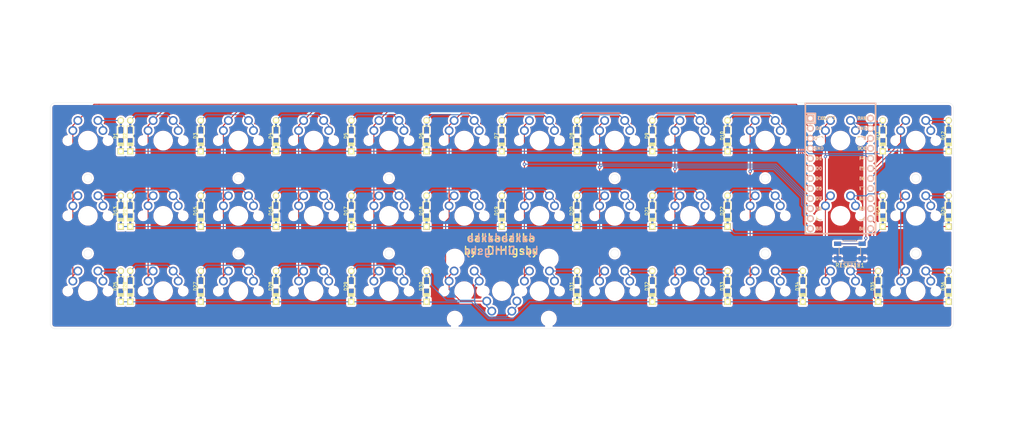
<source format=kicad_pcb>
(kicad_pcb (version 20171130) (host pcbnew "(5.1.9)-1")
  (layers (0 F.Cu signal) (31 B.Cu signal) (34 B.Paste user) (35 F.Paste user) (36 B.SilkS user) (37 F.SilkS user) (38 B.Mask user) (39 F.Mask user) (44 Edge.Cuts user))
  (net 0 "")
  (net 1 "Net-(D1-Pad2)")
  (net 2 "Net-(D2-Pad2)")
  (net 3 "Net-(D3-Pad2)")
  (net 4 "Net-(D4-Pad2)")
  (net 5 "Net-(D5-Pad2)")
  (net 6 "Net-(D6-Pad2)")
  (net 7 "Net-(D7-Pad2)")
  (net 8 "Net-(D8-Pad2)")
  (net 9 "Net-(D9-Pad2)")
  (net 10 "Net-(D10-Pad2)")
  (net 11 "Net-(D11-Pad2)")
  (net 12 "Net-(D12-Pad2)")
  (net 13 "Net-(D13-Pad2)")
  (net 14 "Net-(D14-Pad2)")
  (net 15 "Net-(D15-Pad2)")
  (net 16 "Net-(D16-Pad2)")
  (net 17 "Net-(D17-Pad2)")
  (net 18 "Net-(D18-Pad2)")
  (net 19 "Net-(D19-Pad2)")
  (net 20 "Net-(D20-Pad2)")
  (net 21 "Net-(D21-Pad2)")
  (net 22 "Net-(D22-Pad2)")
  (net 23 "Net-(D23-Pad2)")
  (net 24 "Net-(D24-Pad2)")
  (net 25 "Net-(D25-Pad2)")
  (net 26 "Net-(D26-Pad2)")
  (net 27 "Net-(D27-Pad2)")
  (net 28 "Net-(D28-Pad2)")
  (net 29 "Net-(D29-Pad2)")
  (net 30 "Net-(D30-Pad2)")
  (net 31 "Net-(D31-Pad2)")
  (net 32 "Net-(D32-Pad2)")
  (net 33 "Net-(D33-Pad2)")
  (net 34 "Net-(D34-Pad2)")
  (net 35 "Net-(D35-Pad2)")
  (net 36 "Net-(D36-Pad2)")
  (net 37 "Net-(PM1-Pad24)")
  (net 38 "Net-(PM1-Pad21)")
  (net 39 "Net-(PM1-Pad17)")
  (net 40 "Net-(PM1-Pad16)")
  (net 41 "Net-(PM1-Pad15)")
  (net 42 GND)
  (net 43 RST)
  (net 44 R1)
  (net 45 R2)
  (net 46 R3)
  (net 47 C1)
  (net 48 C2)
  (net 49 C3)
  (net 50 C4)
  (net 51 C5)
  (net 52 C6)
  (net 53 C7)
  (net 54 C8)
  (net 55 C9)
  (net 56 C10)
  (net 57 C11)
  (net 58 C12)
  (module Button_Switch_SMD:SW_SPST_SKQG_WithoutStem (layer F.Cu) (at 242.887704 77.986003 180)
    (fp_text reference RESET1a1 (at 0 -3.6) (layer F.SilkS))
    (fp_text value SW_Push)
    (pad 2 smd rect (at 3.1 1.85 180) (size 1.8 1.1) (layers F.Cu F.Paste F.Mask) (net 43 RST))
    (pad 2 smd rect (at -3.1 1.85 180) (size 1.8 1.1) (layers F.Cu F.Paste F.Mask) (net 43 RST))
    (pad 1 smd rect (at 3.1 -1.85 180) (size 1.8 1.1) (layers F.Cu F.Paste F.Mask) (net 42 GND))
    (pad 1 smd rect (at -3.1 -1.85 180) (size 1.8 1.1) (layers F.Cu F.Paste F.Mask) (net 42 GND))
  )
  (module MX_Only:MXOnly-2U-NoLED-REVERSIBLE (layer F.Cu) (at 154.78138 88.106324 180)
    (fp_text reference MX30a1)
    (fp_text value MX-NoLED)
    (pad 1 thru_hole circle (at 3.81 -2.54 180) (size 2.25 2.25) (drill 1.47) (layers *.Cu B.Mask) (net 52 C6))
    (pad 2 thru_hole circle (at -2.54 -5.08 180) (size 2.25 2.25) (drill 1.47) (layers *.Cu B.Mask) (net 30 "Net-(D30-Pad2)"))
    (pad 1 thru_hole circle (at 2.54 -5.08 180) (size 2.25 2.25) (drill 1.47) (layers *.Cu B.Mask) (net 52 C6))
    (pad "" np_thru_hole circle (at 0 0 180) (size 3.9878 3.9878) (drill 3.9878) (layers *.Cu *.Mask))
    (pad 2 thru_hole circle (at -3.81 -2.54 180) (size 2.25 2.25) (drill 1.47) (layers *.Cu B.Mask) (net 30 "Net-(D30-Pad2)"))
    (pad "" np_thru_hole circle (at -5.08 0 228.0996) (size 1.75 1.75) (drill 1.75) (layers *.Cu *.Mask))
    (pad "" np_thru_hole circle (at 5.08 0 228.0996) (size 1.75 1.75) (drill 1.75) (layers *.Cu *.Mask))
    (pad "" np_thru_hole circle (at -11.90625 -6.985 180) (size 3.048 3.048) (drill 3.048) (layers *.Cu *.Mask))
    (pad "" np_thru_hole circle (at 11.90625 -6.985 180) (size 3.048 3.048) (drill 3.048) (layers *.Cu *.Mask))
    (pad "" np_thru_hole circle (at -11.90625 8.255 180) (size 3.9878 3.9878) (drill 3.9878) (layers *.Cu *.Mask))
    (pad "" np_thru_hole circle (at 11.90625 8.255 180) (size 3.9878 3.9878) (drill 3.9878) (layers *.Cu *.Mask))
  )
  (module MX_Only:MX_ONLY_1u_NOLED_REVERSIBLE (layer F.Cu) (at 259.556468 88.106324)
    (fp_text reference MX36)
    (fp_text value MX-NoLED)
    (pad 1 thru_hole circle (at -2.54 -5.08) (size 2.25 2.25) (drill 1.47) (layers *.Cu B.Mask) (net 58 C12))
    (pad 2 thru_hole circle (at 3.81 -2.54) (size 2.25 2.25) (drill 1.47) (layers *.Cu B.Mask) (net 36 "Net-(D36-Pad2)"))
    (pad 2 thru_hole circle (at 2.54 -5.08) (size 2.25 2.25) (drill 1.47) (layers *.Cu B.Mask) (net 36 "Net-(D36-Pad2)"))
    (pad "" np_thru_hole circle (at 0 0) (size 3.9878 3.9878) (drill 3.9878) (layers *.Cu *.Mask))
    (pad 1 thru_hole circle (at -3.81 -2.54) (size 2.25 2.25) (drill 1.47) (layers *.Cu B.Mask) (net 58 C12))
    (pad "" np_thru_hole circle (at -5.08 0 48.0996) (size 1.75 1.75) (drill 1.75) (layers *.Cu *.Mask))
    (pad "" np_thru_hole circle (at 5.08 0 48.0996) (size 1.75 1.75) (drill 1.75) (layers *.Cu *.Mask))
  )
  (module MX_Only:MX_ONLY_1u_NOLED_REVERSIBLE (layer F.Cu) (at 240.506452 88.106324)
    (fp_text reference MX35)
    (fp_text value MX-NoLED)
    (pad 1 thru_hole circle (at -2.54 -5.08) (size 2.25 2.25) (drill 1.47) (layers *.Cu B.Mask) (net 57 C11))
    (pad 2 thru_hole circle (at 3.81 -2.54) (size 2.25 2.25) (drill 1.47) (layers *.Cu B.Mask) (net 35 "Net-(D35-Pad2)"))
    (pad 2 thru_hole circle (at 2.54 -5.08) (size 2.25 2.25) (drill 1.47) (layers *.Cu B.Mask) (net 35 "Net-(D35-Pad2)"))
    (pad "" np_thru_hole circle (at 0 0) (size 3.9878 3.9878) (drill 3.9878) (layers *.Cu *.Mask))
    (pad 1 thru_hole circle (at -3.81 -2.54) (size 2.25 2.25) (drill 1.47) (layers *.Cu B.Mask) (net 57 C11))
    (pad "" np_thru_hole circle (at -5.08 0 48.0996) (size 1.75 1.75) (drill 1.75) (layers *.Cu *.Mask))
    (pad "" np_thru_hole circle (at 5.08 0 48.0996) (size 1.75 1.75) (drill 1.75) (layers *.Cu *.Mask))
  )
  (module MX_Only:MX_ONLY_1u_NOLED_REVERSIBLE (layer F.Cu) (at 221.456436 88.106324)
    (fp_text reference MX34)
    (fp_text value MX-NoLED)
    (pad 1 thru_hole circle (at -2.54 -5.08) (size 2.25 2.25) (drill 1.47) (layers *.Cu B.Mask) (net 56 C10))
    (pad 2 thru_hole circle (at 3.81 -2.54) (size 2.25 2.25) (drill 1.47) (layers *.Cu B.Mask) (net 34 "Net-(D34-Pad2)"))
    (pad 2 thru_hole circle (at 2.54 -5.08) (size 2.25 2.25) (drill 1.47) (layers *.Cu B.Mask) (net 34 "Net-(D34-Pad2)"))
    (pad "" np_thru_hole circle (at 0 0) (size 3.9878 3.9878) (drill 3.9878) (layers *.Cu *.Mask))
    (pad 1 thru_hole circle (at -3.81 -2.54) (size 2.25 2.25) (drill 1.47) (layers *.Cu B.Mask) (net 56 C10))
    (pad "" np_thru_hole circle (at -5.08 0 48.0996) (size 1.75 1.75) (drill 1.75) (layers *.Cu *.Mask))
    (pad "" np_thru_hole circle (at 5.08 0 48.0996) (size 1.75 1.75) (drill 1.75) (layers *.Cu *.Mask))
  )
  (module MX_Only:MX_ONLY_1u_NOLED_REVERSIBLE (layer F.Cu) (at 202.40642 88.106324)
    (fp_text reference MX33)
    (fp_text value MX-NoLED)
    (pad 1 thru_hole circle (at -2.54 -5.08) (size 2.25 2.25) (drill 1.47) (layers *.Cu B.Mask) (net 55 C9))
    (pad 2 thru_hole circle (at 3.81 -2.54) (size 2.25 2.25) (drill 1.47) (layers *.Cu B.Mask) (net 33 "Net-(D33-Pad2)"))
    (pad 2 thru_hole circle (at 2.54 -5.08) (size 2.25 2.25) (drill 1.47) (layers *.Cu B.Mask) (net 33 "Net-(D33-Pad2)"))
    (pad "" np_thru_hole circle (at 0 0) (size 3.9878 3.9878) (drill 3.9878) (layers *.Cu *.Mask))
    (pad 1 thru_hole circle (at -3.81 -2.54) (size 2.25 2.25) (drill 1.47) (layers *.Cu B.Mask) (net 55 C9))
    (pad "" np_thru_hole circle (at -5.08 0 48.0996) (size 1.75 1.75) (drill 1.75) (layers *.Cu *.Mask))
    (pad "" np_thru_hole circle (at 5.08 0 48.0996) (size 1.75 1.75) (drill 1.75) (layers *.Cu *.Mask))
  )
  (module MX_Only:MX_ONLY_1u_NOLED_REVERSIBLE (layer F.Cu) (at 183.356404 88.106324)
    (fp_text reference MX32)
    (fp_text value MX-NoLED)
    (pad 1 thru_hole circle (at -2.54 -5.08) (size 2.25 2.25) (drill 1.47) (layers *.Cu B.Mask) (net 54 C8))
    (pad 2 thru_hole circle (at 3.81 -2.54) (size 2.25 2.25) (drill 1.47) (layers *.Cu B.Mask) (net 32 "Net-(D32-Pad2)"))
    (pad 2 thru_hole circle (at 2.54 -5.08) (size 2.25 2.25) (drill 1.47) (layers *.Cu B.Mask) (net 32 "Net-(D32-Pad2)"))
    (pad "" np_thru_hole circle (at 0 0) (size 3.9878 3.9878) (drill 3.9878) (layers *.Cu *.Mask))
    (pad 1 thru_hole circle (at -3.81 -2.54) (size 2.25 2.25) (drill 1.47) (layers *.Cu B.Mask) (net 54 C8))
    (pad "" np_thru_hole circle (at -5.08 0 48.0996) (size 1.75 1.75) (drill 1.75) (layers *.Cu *.Mask))
    (pad "" np_thru_hole circle (at 5.08 0 48.0996) (size 1.75 1.75) (drill 1.75) (layers *.Cu *.Mask))
  )
  (module MX_Only:MX_ONLY_1u_NOLED_REVERSIBLE (layer F.Cu) (at 164.306388 88.106324)
    (fp_text reference MX31)
    (fp_text value MX-NoLED)
    (pad 1 thru_hole circle (at -2.54 -5.08) (size 2.25 2.25) (drill 1.47) (layers *.Cu B.Mask) (net 53 C7))
    (pad 2 thru_hole circle (at 3.81 -2.54) (size 2.25 2.25) (drill 1.47) (layers *.Cu B.Mask) (net 31 "Net-(D31-Pad2)"))
    (pad 2 thru_hole circle (at 2.54 -5.08) (size 2.25 2.25) (drill 1.47) (layers *.Cu B.Mask) (net 31 "Net-(D31-Pad2)"))
    (pad "" np_thru_hole circle (at 0 0) (size 3.9878 3.9878) (drill 3.9878) (layers *.Cu *.Mask))
    (pad 1 thru_hole circle (at -3.81 -2.54) (size 2.25 2.25) (drill 1.47) (layers *.Cu B.Mask) (net 53 C7))
    (pad "" np_thru_hole circle (at -5.08 0 48.0996) (size 1.75 1.75) (drill 1.75) (layers *.Cu *.Mask))
    (pad "" np_thru_hole circle (at 5.08 0 48.0996) (size 1.75 1.75) (drill 1.75) (layers *.Cu *.Mask))
  )
  (module MX_Only:MX_ONLY_1u_NOLED_REVERSIBLE (layer F.Cu) (at 145.256372 88.106324)
    (fp_text reference MX30)
    (fp_text value MX-NoLED)
    (pad 1 thru_hole circle (at -2.54 -5.08) (size 2.25 2.25) (drill 1.47) (layers *.Cu B.Mask) (net 52 C6))
    (pad 2 thru_hole circle (at 3.81 -2.54) (size 2.25 2.25) (drill 1.47) (layers *.Cu B.Mask) (net 30 "Net-(D30-Pad2)"))
    (pad 2 thru_hole circle (at 2.54 -5.08) (size 2.25 2.25) (drill 1.47) (layers *.Cu B.Mask) (net 30 "Net-(D30-Pad2)"))
    (pad "" np_thru_hole circle (at 0 0) (size 3.9878 3.9878) (drill 3.9878) (layers *.Cu *.Mask))
    (pad 1 thru_hole circle (at -3.81 -2.54) (size 2.25 2.25) (drill 1.47) (layers *.Cu B.Mask) (net 52 C6))
    (pad "" np_thru_hole circle (at -5.08 0 48.0996) (size 1.75 1.75) (drill 1.75) (layers *.Cu *.Mask))
    (pad "" np_thru_hole circle (at 5.08 0 48.0996) (size 1.75 1.75) (drill 1.75) (layers *.Cu *.Mask))
  )
  (module MX_Only:MX_ONLY_1u_NOLED_REVERSIBLE (layer F.Cu) (at 126.206356 88.106324)
    (fp_text reference MX29)
    (fp_text value MX-NoLED)
    (pad 1 thru_hole circle (at -2.54 -5.08) (size 2.25 2.25) (drill 1.47) (layers *.Cu B.Mask) (net 51 C5))
    (pad 2 thru_hole circle (at 3.81 -2.54) (size 2.25 2.25) (drill 1.47) (layers *.Cu B.Mask) (net 29 "Net-(D29-Pad2)"))
    (pad 2 thru_hole circle (at 2.54 -5.08) (size 2.25 2.25) (drill 1.47) (layers *.Cu B.Mask) (net 29 "Net-(D29-Pad2)"))
    (pad "" np_thru_hole circle (at 0 0) (size 3.9878 3.9878) (drill 3.9878) (layers *.Cu *.Mask))
    (pad 1 thru_hole circle (at -3.81 -2.54) (size 2.25 2.25) (drill 1.47) (layers *.Cu B.Mask) (net 51 C5))
    (pad "" np_thru_hole circle (at -5.08 0 48.0996) (size 1.75 1.75) (drill 1.75) (layers *.Cu *.Mask))
    (pad "" np_thru_hole circle (at 5.08 0 48.0996) (size 1.75 1.75) (drill 1.75) (layers *.Cu *.Mask))
  )
  (module MX_Only:MX_ONLY_1u_NOLED_REVERSIBLE (layer F.Cu) (at 107.15634 88.106324)
    (fp_text reference MX28)
    (fp_text value MX-NoLED)
    (pad 1 thru_hole circle (at -2.54 -5.08) (size 2.25 2.25) (drill 1.47) (layers *.Cu B.Mask) (net 50 C4))
    (pad 2 thru_hole circle (at 3.81 -2.54) (size 2.25 2.25) (drill 1.47) (layers *.Cu B.Mask) (net 28 "Net-(D28-Pad2)"))
    (pad 2 thru_hole circle (at 2.54 -5.08) (size 2.25 2.25) (drill 1.47) (layers *.Cu B.Mask) (net 28 "Net-(D28-Pad2)"))
    (pad "" np_thru_hole circle (at 0 0) (size 3.9878 3.9878) (drill 3.9878) (layers *.Cu *.Mask))
    (pad 1 thru_hole circle (at -3.81 -2.54) (size 2.25 2.25) (drill 1.47) (layers *.Cu B.Mask) (net 50 C4))
    (pad "" np_thru_hole circle (at -5.08 0 48.0996) (size 1.75 1.75) (drill 1.75) (layers *.Cu *.Mask))
    (pad "" np_thru_hole circle (at 5.08 0 48.0996) (size 1.75 1.75) (drill 1.75) (layers *.Cu *.Mask))
  )
  (module MX_Only:MX_ONLY_1u_NOLED_REVERSIBLE (layer F.Cu) (at 88.106324 88.106324)
    (fp_text reference MX27)
    (fp_text value MX-NoLED)
    (pad 1 thru_hole circle (at -2.54 -5.08) (size 2.25 2.25) (drill 1.47) (layers *.Cu B.Mask) (net 49 C3))
    (pad 2 thru_hole circle (at 3.81 -2.54) (size 2.25 2.25) (drill 1.47) (layers *.Cu B.Mask) (net 27 "Net-(D27-Pad2)"))
    (pad 2 thru_hole circle (at 2.54 -5.08) (size 2.25 2.25) (drill 1.47) (layers *.Cu B.Mask) (net 27 "Net-(D27-Pad2)"))
    (pad "" np_thru_hole circle (at 0 0) (size 3.9878 3.9878) (drill 3.9878) (layers *.Cu *.Mask))
    (pad 1 thru_hole circle (at -3.81 -2.54) (size 2.25 2.25) (drill 1.47) (layers *.Cu B.Mask) (net 49 C3))
    (pad "" np_thru_hole circle (at -5.08 0 48.0996) (size 1.75 1.75) (drill 1.75) (layers *.Cu *.Mask))
    (pad "" np_thru_hole circle (at 5.08 0 48.0996) (size 1.75 1.75) (drill 1.75) (layers *.Cu *.Mask))
  )
  (module MX_Only:MX_ONLY_1u_NOLED_REVERSIBLE (layer F.Cu) (at 69.056308 88.106324)
    (fp_text reference MX26)
    (fp_text value MX-NoLED)
    (pad 1 thru_hole circle (at -2.54 -5.08) (size 2.25 2.25) (drill 1.47) (layers *.Cu B.Mask) (net 48 C2))
    (pad 2 thru_hole circle (at 3.81 -2.54) (size 2.25 2.25) (drill 1.47) (layers *.Cu B.Mask) (net 26 "Net-(D26-Pad2)"))
    (pad 2 thru_hole circle (at 2.54 -5.08) (size 2.25 2.25) (drill 1.47) (layers *.Cu B.Mask) (net 26 "Net-(D26-Pad2)"))
    (pad "" np_thru_hole circle (at 0 0) (size 3.9878 3.9878) (drill 3.9878) (layers *.Cu *.Mask))
    (pad 1 thru_hole circle (at -3.81 -2.54) (size 2.25 2.25) (drill 1.47) (layers *.Cu B.Mask) (net 48 C2))
    (pad "" np_thru_hole circle (at -5.08 0 48.0996) (size 1.75 1.75) (drill 1.75) (layers *.Cu *.Mask))
    (pad "" np_thru_hole circle (at 5.08 0 48.0996) (size 1.75 1.75) (drill 1.75) (layers *.Cu *.Mask))
  )
  (module MX_Only:MX_ONLY_1u_NOLED_REVERSIBLE (layer F.Cu) (at 50.006292 88.106324)
    (fp_text reference MX25)
    (fp_text value MX-NoLED)
    (pad 1 thru_hole circle (at -2.54 -5.08) (size 2.25 2.25) (drill 1.47) (layers *.Cu B.Mask) (net 47 C1))
    (pad 2 thru_hole circle (at 3.81 -2.54) (size 2.25 2.25) (drill 1.47) (layers *.Cu B.Mask) (net 25 "Net-(D25-Pad2)"))
    (pad 2 thru_hole circle (at 2.54 -5.08) (size 2.25 2.25) (drill 1.47) (layers *.Cu B.Mask) (net 25 "Net-(D25-Pad2)"))
    (pad "" np_thru_hole circle (at 0 0) (size 3.9878 3.9878) (drill 3.9878) (layers *.Cu *.Mask))
    (pad 1 thru_hole circle (at -3.81 -2.54) (size 2.25 2.25) (drill 1.47) (layers *.Cu B.Mask) (net 47 C1))
    (pad "" np_thru_hole circle (at -5.08 0 48.0996) (size 1.75 1.75) (drill 1.75) (layers *.Cu *.Mask))
    (pad "" np_thru_hole circle (at 5.08 0 48.0996) (size 1.75 1.75) (drill 1.75) (layers *.Cu *.Mask))
  )
  (module MX_Only:MX_ONLY_1u_NOLED_REVERSIBLE (layer F.Cu) (at 259.556468 69.056308)
    (fp_text reference MX24)
    (fp_text value MX-NoLED)
    (pad 1 thru_hole circle (at -2.54 -5.08) (size 2.25 2.25) (drill 1.47) (layers *.Cu B.Mask) (net 58 C12))
    (pad 2 thru_hole circle (at 3.81 -2.54) (size 2.25 2.25) (drill 1.47) (layers *.Cu B.Mask) (net 24 "Net-(D24-Pad2)"))
    (pad 2 thru_hole circle (at 2.54 -5.08) (size 2.25 2.25) (drill 1.47) (layers *.Cu B.Mask) (net 24 "Net-(D24-Pad2)"))
    (pad "" np_thru_hole circle (at 0 0) (size 3.9878 3.9878) (drill 3.9878) (layers *.Cu *.Mask))
    (pad 1 thru_hole circle (at -3.81 -2.54) (size 2.25 2.25) (drill 1.47) (layers *.Cu B.Mask) (net 58 C12))
    (pad "" np_thru_hole circle (at -5.08 0 48.0996) (size 1.75 1.75) (drill 1.75) (layers *.Cu *.Mask))
    (pad "" np_thru_hole circle (at 5.08 0 48.0996) (size 1.75 1.75) (drill 1.75) (layers *.Cu *.Mask))
  )
  (module MX_Only:MX_ONLY_1u_NOLED_REVERSIBLE (layer F.Cu) (at 240.506452 69.056308)
    (fp_text reference MX23)
    (fp_text value MX-NoLED)
    (pad 1 thru_hole circle (at -2.54 -5.08) (size 2.25 2.25) (drill 1.47) (layers *.Cu B.Mask) (net 57 C11))
    (pad 2 thru_hole circle (at 3.81 -2.54) (size 2.25 2.25) (drill 1.47) (layers *.Cu B.Mask) (net 23 "Net-(D23-Pad2)"))
    (pad 2 thru_hole circle (at 2.54 -5.08) (size 2.25 2.25) (drill 1.47) (layers *.Cu B.Mask) (net 23 "Net-(D23-Pad2)"))
    (pad "" np_thru_hole circle (at 0 0) (size 3.9878 3.9878) (drill 3.9878) (layers *.Cu *.Mask))
    (pad 1 thru_hole circle (at -3.81 -2.54) (size 2.25 2.25) (drill 1.47) (layers *.Cu B.Mask) (net 57 C11))
    (pad "" np_thru_hole circle (at -5.08 0 48.0996) (size 1.75 1.75) (drill 1.75) (layers *.Cu *.Mask))
    (pad "" np_thru_hole circle (at 5.08 0 48.0996) (size 1.75 1.75) (drill 1.75) (layers *.Cu *.Mask))
  )
  (module MX_Only:MX_ONLY_1u_NOLED_REVERSIBLE (layer F.Cu) (at 221.456436 69.056308)
    (fp_text reference MX22)
    (fp_text value MX-NoLED)
    (pad 1 thru_hole circle (at -2.54 -5.08) (size 2.25 2.25) (drill 1.47) (layers *.Cu B.Mask) (net 56 C10))
    (pad 2 thru_hole circle (at 3.81 -2.54) (size 2.25 2.25) (drill 1.47) (layers *.Cu B.Mask) (net 22 "Net-(D22-Pad2)"))
    (pad 2 thru_hole circle (at 2.54 -5.08) (size 2.25 2.25) (drill 1.47) (layers *.Cu B.Mask) (net 22 "Net-(D22-Pad2)"))
    (pad "" np_thru_hole circle (at 0 0) (size 3.9878 3.9878) (drill 3.9878) (layers *.Cu *.Mask))
    (pad 1 thru_hole circle (at -3.81 -2.54) (size 2.25 2.25) (drill 1.47) (layers *.Cu B.Mask) (net 56 C10))
    (pad "" np_thru_hole circle (at -5.08 0 48.0996) (size 1.75 1.75) (drill 1.75) (layers *.Cu *.Mask))
    (pad "" np_thru_hole circle (at 5.08 0 48.0996) (size 1.75 1.75) (drill 1.75) (layers *.Cu *.Mask))
  )
  (module MX_Only:MX_ONLY_1u_NOLED_REVERSIBLE (layer F.Cu) (at 202.40642 69.056308)
    (fp_text reference MX21)
    (fp_text value MX-NoLED)
    (pad 1 thru_hole circle (at -2.54 -5.08) (size 2.25 2.25) (drill 1.47) (layers *.Cu B.Mask) (net 55 C9))
    (pad 2 thru_hole circle (at 3.81 -2.54) (size 2.25 2.25) (drill 1.47) (layers *.Cu B.Mask) (net 21 "Net-(D21-Pad2)"))
    (pad 2 thru_hole circle (at 2.54 -5.08) (size 2.25 2.25) (drill 1.47) (layers *.Cu B.Mask) (net 21 "Net-(D21-Pad2)"))
    (pad "" np_thru_hole circle (at 0 0) (size 3.9878 3.9878) (drill 3.9878) (layers *.Cu *.Mask))
    (pad 1 thru_hole circle (at -3.81 -2.54) (size 2.25 2.25) (drill 1.47) (layers *.Cu B.Mask) (net 55 C9))
    (pad "" np_thru_hole circle (at -5.08 0 48.0996) (size 1.75 1.75) (drill 1.75) (layers *.Cu *.Mask))
    (pad "" np_thru_hole circle (at 5.08 0 48.0996) (size 1.75 1.75) (drill 1.75) (layers *.Cu *.Mask))
  )
  (module MX_Only:MX_ONLY_1u_NOLED_REVERSIBLE (layer F.Cu) (at 183.356404 69.056308)
    (fp_text reference MX20)
    (fp_text value MX-NoLED)
    (pad 1 thru_hole circle (at -2.54 -5.08) (size 2.25 2.25) (drill 1.47) (layers *.Cu B.Mask) (net 54 C8))
    (pad 2 thru_hole circle (at 3.81 -2.54) (size 2.25 2.25) (drill 1.47) (layers *.Cu B.Mask) (net 20 "Net-(D20-Pad2)"))
    (pad 2 thru_hole circle (at 2.54 -5.08) (size 2.25 2.25) (drill 1.47) (layers *.Cu B.Mask) (net 20 "Net-(D20-Pad2)"))
    (pad "" np_thru_hole circle (at 0 0) (size 3.9878 3.9878) (drill 3.9878) (layers *.Cu *.Mask))
    (pad 1 thru_hole circle (at -3.81 -2.54) (size 2.25 2.25) (drill 1.47) (layers *.Cu B.Mask) (net 54 C8))
    (pad "" np_thru_hole circle (at -5.08 0 48.0996) (size 1.75 1.75) (drill 1.75) (layers *.Cu *.Mask))
    (pad "" np_thru_hole circle (at 5.08 0 48.0996) (size 1.75 1.75) (drill 1.75) (layers *.Cu *.Mask))
  )
  (module MX_Only:MX_ONLY_1u_NOLED_REVERSIBLE (layer F.Cu) (at 164.306388 69.056308)
    (fp_text reference MX19)
    (fp_text value MX-NoLED)
    (pad 1 thru_hole circle (at -2.54 -5.08) (size 2.25 2.25) (drill 1.47) (layers *.Cu B.Mask) (net 53 C7))
    (pad 2 thru_hole circle (at 3.81 -2.54) (size 2.25 2.25) (drill 1.47) (layers *.Cu B.Mask) (net 19 "Net-(D19-Pad2)"))
    (pad 2 thru_hole circle (at 2.54 -5.08) (size 2.25 2.25) (drill 1.47) (layers *.Cu B.Mask) (net 19 "Net-(D19-Pad2)"))
    (pad "" np_thru_hole circle (at 0 0) (size 3.9878 3.9878) (drill 3.9878) (layers *.Cu *.Mask))
    (pad 1 thru_hole circle (at -3.81 -2.54) (size 2.25 2.25) (drill 1.47) (layers *.Cu B.Mask) (net 53 C7))
    (pad "" np_thru_hole circle (at -5.08 0 48.0996) (size 1.75 1.75) (drill 1.75) (layers *.Cu *.Mask))
    (pad "" np_thru_hole circle (at 5.08 0 48.0996) (size 1.75 1.75) (drill 1.75) (layers *.Cu *.Mask))
  )
  (module MX_Only:MX_ONLY_1u_NOLED_REVERSIBLE (layer F.Cu) (at 145.256372 69.056308)
    (fp_text reference MX18)
    (fp_text value MX-NoLED)
    (pad 1 thru_hole circle (at -2.54 -5.08) (size 2.25 2.25) (drill 1.47) (layers *.Cu B.Mask) (net 52 C6))
    (pad 2 thru_hole circle (at 3.81 -2.54) (size 2.25 2.25) (drill 1.47) (layers *.Cu B.Mask) (net 18 "Net-(D18-Pad2)"))
    (pad 2 thru_hole circle (at 2.54 -5.08) (size 2.25 2.25) (drill 1.47) (layers *.Cu B.Mask) (net 18 "Net-(D18-Pad2)"))
    (pad "" np_thru_hole circle (at 0 0) (size 3.9878 3.9878) (drill 3.9878) (layers *.Cu *.Mask))
    (pad 1 thru_hole circle (at -3.81 -2.54) (size 2.25 2.25) (drill 1.47) (layers *.Cu B.Mask) (net 52 C6))
    (pad "" np_thru_hole circle (at -5.08 0 48.0996) (size 1.75 1.75) (drill 1.75) (layers *.Cu *.Mask))
    (pad "" np_thru_hole circle (at 5.08 0 48.0996) (size 1.75 1.75) (drill 1.75) (layers *.Cu *.Mask))
  )
  (module MX_Only:MX_ONLY_1u_NOLED_REVERSIBLE (layer F.Cu) (at 126.206356 69.056308)
    (fp_text reference MX17)
    (fp_text value MX-NoLED)
    (pad 1 thru_hole circle (at -2.54 -5.08) (size 2.25 2.25) (drill 1.47) (layers *.Cu B.Mask) (net 51 C5))
    (pad 2 thru_hole circle (at 3.81 -2.54) (size 2.25 2.25) (drill 1.47) (layers *.Cu B.Mask) (net 17 "Net-(D17-Pad2)"))
    (pad 2 thru_hole circle (at 2.54 -5.08) (size 2.25 2.25) (drill 1.47) (layers *.Cu B.Mask) (net 17 "Net-(D17-Pad2)"))
    (pad "" np_thru_hole circle (at 0 0) (size 3.9878 3.9878) (drill 3.9878) (layers *.Cu *.Mask))
    (pad 1 thru_hole circle (at -3.81 -2.54) (size 2.25 2.25) (drill 1.47) (layers *.Cu B.Mask) (net 51 C5))
    (pad "" np_thru_hole circle (at -5.08 0 48.0996) (size 1.75 1.75) (drill 1.75) (layers *.Cu *.Mask))
    (pad "" np_thru_hole circle (at 5.08 0 48.0996) (size 1.75 1.75) (drill 1.75) (layers *.Cu *.Mask))
  )
  (module MX_Only:MX_ONLY_1u_NOLED_REVERSIBLE (layer F.Cu) (at 107.15634 69.056308)
    (fp_text reference MX16)
    (fp_text value MX-NoLED)
    (pad 1 thru_hole circle (at -2.54 -5.08) (size 2.25 2.25) (drill 1.47) (layers *.Cu B.Mask) (net 50 C4))
    (pad 2 thru_hole circle (at 3.81 -2.54) (size 2.25 2.25) (drill 1.47) (layers *.Cu B.Mask) (net 16 "Net-(D16-Pad2)"))
    (pad 2 thru_hole circle (at 2.54 -5.08) (size 2.25 2.25) (drill 1.47) (layers *.Cu B.Mask) (net 16 "Net-(D16-Pad2)"))
    (pad "" np_thru_hole circle (at 0 0) (size 3.9878 3.9878) (drill 3.9878) (layers *.Cu *.Mask))
    (pad 1 thru_hole circle (at -3.81 -2.54) (size 2.25 2.25) (drill 1.47) (layers *.Cu B.Mask) (net 50 C4))
    (pad "" np_thru_hole circle (at -5.08 0 48.0996) (size 1.75 1.75) (drill 1.75) (layers *.Cu *.Mask))
    (pad "" np_thru_hole circle (at 5.08 0 48.0996) (size 1.75 1.75) (drill 1.75) (layers *.Cu *.Mask))
  )
  (module MX_Only:MX_ONLY_1u_NOLED_REVERSIBLE (layer F.Cu) (at 88.106324 69.056308)
    (fp_text reference MX15)
    (fp_text value MX-NoLED)
    (pad 1 thru_hole circle (at -2.54 -5.08) (size 2.25 2.25) (drill 1.47) (layers *.Cu B.Mask) (net 49 C3))
    (pad 2 thru_hole circle (at 3.81 -2.54) (size 2.25 2.25) (drill 1.47) (layers *.Cu B.Mask) (net 15 "Net-(D15-Pad2)"))
    (pad 2 thru_hole circle (at 2.54 -5.08) (size 2.25 2.25) (drill 1.47) (layers *.Cu B.Mask) (net 15 "Net-(D15-Pad2)"))
    (pad "" np_thru_hole circle (at 0 0) (size 3.9878 3.9878) (drill 3.9878) (layers *.Cu *.Mask))
    (pad 1 thru_hole circle (at -3.81 -2.54) (size 2.25 2.25) (drill 1.47) (layers *.Cu B.Mask) (net 49 C3))
    (pad "" np_thru_hole circle (at -5.08 0 48.0996) (size 1.75 1.75) (drill 1.75) (layers *.Cu *.Mask))
    (pad "" np_thru_hole circle (at 5.08 0 48.0996) (size 1.75 1.75) (drill 1.75) (layers *.Cu *.Mask))
  )
  (module MX_Only:MX_ONLY_1u_NOLED_REVERSIBLE (layer F.Cu) (at 69.056308 69.056308)
    (fp_text reference MX14)
    (fp_text value MX-NoLED)
    (pad 1 thru_hole circle (at -2.54 -5.08) (size 2.25 2.25) (drill 1.47) (layers *.Cu B.Mask) (net 48 C2))
    (pad 2 thru_hole circle (at 3.81 -2.54) (size 2.25 2.25) (drill 1.47) (layers *.Cu B.Mask) (net 14 "Net-(D14-Pad2)"))
    (pad 2 thru_hole circle (at 2.54 -5.08) (size 2.25 2.25) (drill 1.47) (layers *.Cu B.Mask) (net 14 "Net-(D14-Pad2)"))
    (pad "" np_thru_hole circle (at 0 0) (size 3.9878 3.9878) (drill 3.9878) (layers *.Cu *.Mask))
    (pad 1 thru_hole circle (at -3.81 -2.54) (size 2.25 2.25) (drill 1.47) (layers *.Cu B.Mask) (net 48 C2))
    (pad "" np_thru_hole circle (at -5.08 0 48.0996) (size 1.75 1.75) (drill 1.75) (layers *.Cu *.Mask))
    (pad "" np_thru_hole circle (at 5.08 0 48.0996) (size 1.75 1.75) (drill 1.75) (layers *.Cu *.Mask))
  )
  (module MX_Only:MX_ONLY_1u_NOLED_REVERSIBLE (layer F.Cu) (at 50.006292 69.056308)
    (fp_text reference MX13)
    (fp_text value MX-NoLED)
    (pad 1 thru_hole circle (at -2.54 -5.08) (size 2.25 2.25) (drill 1.47) (layers *.Cu B.Mask) (net 47 C1))
    (pad 2 thru_hole circle (at 3.81 -2.54) (size 2.25 2.25) (drill 1.47) (layers *.Cu B.Mask) (net 13 "Net-(D13-Pad2)"))
    (pad 2 thru_hole circle (at 2.54 -5.08) (size 2.25 2.25) (drill 1.47) (layers *.Cu B.Mask) (net 13 "Net-(D13-Pad2)"))
    (pad "" np_thru_hole circle (at 0 0) (size 3.9878 3.9878) (drill 3.9878) (layers *.Cu *.Mask))
    (pad 1 thru_hole circle (at -3.81 -2.54) (size 2.25 2.25) (drill 1.47) (layers *.Cu B.Mask) (net 47 C1))
    (pad "" np_thru_hole circle (at -5.08 0 48.0996) (size 1.75 1.75) (drill 1.75) (layers *.Cu *.Mask))
    (pad "" np_thru_hole circle (at 5.08 0 48.0996) (size 1.75 1.75) (drill 1.75) (layers *.Cu *.Mask))
  )
  (module MX_Only:MX_ONLY_1u_NOLED_REVERSIBLE (layer F.Cu) (at 259.556468 50.006292)
    (fp_text reference MX12)
    (fp_text value MX-NoLED)
    (pad 1 thru_hole circle (at -2.54 -5.08) (size 2.25 2.25) (drill 1.47) (layers *.Cu B.Mask) (net 58 C12))
    (pad 2 thru_hole circle (at 3.81 -2.54) (size 2.25 2.25) (drill 1.47) (layers *.Cu B.Mask) (net 12 "Net-(D12-Pad2)"))
    (pad 2 thru_hole circle (at 2.54 -5.08) (size 2.25 2.25) (drill 1.47) (layers *.Cu B.Mask) (net 12 "Net-(D12-Pad2)"))
    (pad "" np_thru_hole circle (at 0 0) (size 3.9878 3.9878) (drill 3.9878) (layers *.Cu *.Mask))
    (pad 1 thru_hole circle (at -3.81 -2.54) (size 2.25 2.25) (drill 1.47) (layers *.Cu B.Mask) (net 58 C12))
    (pad "" np_thru_hole circle (at -5.08 0 48.0996) (size 1.75 1.75) (drill 1.75) (layers *.Cu *.Mask))
    (pad "" np_thru_hole circle (at 5.08 0 48.0996) (size 1.75 1.75) (drill 1.75) (layers *.Cu *.Mask))
  )
  (module MX_Only:MX_ONLY_1u_NOLED_REVERSIBLE (layer F.Cu) (at 240.506452 50.006292)
    (fp_text reference MX11)
    (fp_text value MX-NoLED)
    (pad 1 thru_hole circle (at -2.54 -5.08) (size 2.25 2.25) (drill 1.47) (layers *.Cu B.Mask) (net 57 C11))
    (pad 2 thru_hole circle (at 3.81 -2.54) (size 2.25 2.25) (drill 1.47) (layers *.Cu B.Mask) (net 11 "Net-(D11-Pad2)"))
    (pad 2 thru_hole circle (at 2.54 -5.08) (size 2.25 2.25) (drill 1.47) (layers *.Cu B.Mask) (net 11 "Net-(D11-Pad2)"))
    (pad "" np_thru_hole circle (at 0 0) (size 3.9878 3.9878) (drill 3.9878) (layers *.Cu *.Mask))
    (pad 1 thru_hole circle (at -3.81 -2.54) (size 2.25 2.25) (drill 1.47) (layers *.Cu B.Mask) (net 57 C11))
    (pad "" np_thru_hole circle (at -5.08 0 48.0996) (size 1.75 1.75) (drill 1.75) (layers *.Cu *.Mask))
    (pad "" np_thru_hole circle (at 5.08 0 48.0996) (size 1.75 1.75) (drill 1.75) (layers *.Cu *.Mask))
  )
  (module MX_Only:MX_ONLY_1u_NOLED_REVERSIBLE (layer F.Cu) (at 221.456436 50.006292)
    (fp_text reference MX10)
    (fp_text value MX-NoLED)
    (pad 1 thru_hole circle (at -2.54 -5.08) (size 2.25 2.25) (drill 1.47) (layers *.Cu B.Mask) (net 56 C10))
    (pad 2 thru_hole circle (at 3.81 -2.54) (size 2.25 2.25) (drill 1.47) (layers *.Cu B.Mask) (net 10 "Net-(D10-Pad2)"))
    (pad 2 thru_hole circle (at 2.54 -5.08) (size 2.25 2.25) (drill 1.47) (layers *.Cu B.Mask) (net 10 "Net-(D10-Pad2)"))
    (pad "" np_thru_hole circle (at 0 0) (size 3.9878 3.9878) (drill 3.9878) (layers *.Cu *.Mask))
    (pad 1 thru_hole circle (at -3.81 -2.54) (size 2.25 2.25) (drill 1.47) (layers *.Cu B.Mask) (net 56 C10))
    (pad "" np_thru_hole circle (at -5.08 0 48.0996) (size 1.75 1.75) (drill 1.75) (layers *.Cu *.Mask))
    (pad "" np_thru_hole circle (at 5.08 0 48.0996) (size 1.75 1.75) (drill 1.75) (layers *.Cu *.Mask))
  )
  (module MX_Only:MX_ONLY_1u_NOLED_REVERSIBLE (layer F.Cu) (at 202.40642 50.006292)
    (fp_text reference MX9)
    (fp_text value MX-NoLED)
    (pad 1 thru_hole circle (at -2.54 -5.08) (size 2.25 2.25) (drill 1.47) (layers *.Cu B.Mask) (net 55 C9))
    (pad 2 thru_hole circle (at 3.81 -2.54) (size 2.25 2.25) (drill 1.47) (layers *.Cu B.Mask) (net 9 "Net-(D9-Pad2)"))
    (pad 2 thru_hole circle (at 2.54 -5.08) (size 2.25 2.25) (drill 1.47) (layers *.Cu B.Mask) (net 9 "Net-(D9-Pad2)"))
    (pad "" np_thru_hole circle (at 0 0) (size 3.9878 3.9878) (drill 3.9878) (layers *.Cu *.Mask))
    (pad 1 thru_hole circle (at -3.81 -2.54) (size 2.25 2.25) (drill 1.47) (layers *.Cu B.Mask) (net 55 C9))
    (pad "" np_thru_hole circle (at -5.08 0 48.0996) (size 1.75 1.75) (drill 1.75) (layers *.Cu *.Mask))
    (pad "" np_thru_hole circle (at 5.08 0 48.0996) (size 1.75 1.75) (drill 1.75) (layers *.Cu *.Mask))
  )
  (module MX_Only:MX_ONLY_1u_NOLED_REVERSIBLE (layer F.Cu) (at 183.356404 50.006292)
    (fp_text reference MX8)
    (fp_text value MX-NoLED)
    (pad 1 thru_hole circle (at -2.54 -5.08) (size 2.25 2.25) (drill 1.47) (layers *.Cu B.Mask) (net 54 C8))
    (pad 2 thru_hole circle (at 3.81 -2.54) (size 2.25 2.25) (drill 1.47) (layers *.Cu B.Mask) (net 8 "Net-(D8-Pad2)"))
    (pad 2 thru_hole circle (at 2.54 -5.08) (size 2.25 2.25) (drill 1.47) (layers *.Cu B.Mask) (net 8 "Net-(D8-Pad2)"))
    (pad "" np_thru_hole circle (at 0 0) (size 3.9878 3.9878) (drill 3.9878) (layers *.Cu *.Mask))
    (pad 1 thru_hole circle (at -3.81 -2.54) (size 2.25 2.25) (drill 1.47) (layers *.Cu B.Mask) (net 54 C8))
    (pad "" np_thru_hole circle (at -5.08 0 48.0996) (size 1.75 1.75) (drill 1.75) (layers *.Cu *.Mask))
    (pad "" np_thru_hole circle (at 5.08 0 48.0996) (size 1.75 1.75) (drill 1.75) (layers *.Cu *.Mask))
  )
  (module MX_Only:MX_ONLY_1u_NOLED_REVERSIBLE (layer F.Cu) (at 164.306388 50.006292)
    (fp_text reference MX7)
    (fp_text value MX-NoLED)
    (pad 1 thru_hole circle (at -2.54 -5.08) (size 2.25 2.25) (drill 1.47) (layers *.Cu B.Mask) (net 53 C7))
    (pad 2 thru_hole circle (at 3.81 -2.54) (size 2.25 2.25) (drill 1.47) (layers *.Cu B.Mask) (net 7 "Net-(D7-Pad2)"))
    (pad 2 thru_hole circle (at 2.54 -5.08) (size 2.25 2.25) (drill 1.47) (layers *.Cu B.Mask) (net 7 "Net-(D7-Pad2)"))
    (pad "" np_thru_hole circle (at 0 0) (size 3.9878 3.9878) (drill 3.9878) (layers *.Cu *.Mask))
    (pad 1 thru_hole circle (at -3.81 -2.54) (size 2.25 2.25) (drill 1.47) (layers *.Cu B.Mask) (net 53 C7))
    (pad "" np_thru_hole circle (at -5.08 0 48.0996) (size 1.75 1.75) (drill 1.75) (layers *.Cu *.Mask))
    (pad "" np_thru_hole circle (at 5.08 0 48.0996) (size 1.75 1.75) (drill 1.75) (layers *.Cu *.Mask))
  )
  (module MX_Only:MX_ONLY_1u_NOLED_REVERSIBLE (layer F.Cu) (at 145.256372 50.006292)
    (fp_text reference MX6)
    (fp_text value MX-NoLED)
    (pad 1 thru_hole circle (at -2.54 -5.08) (size 2.25 2.25) (drill 1.47) (layers *.Cu B.Mask) (net 52 C6))
    (pad 2 thru_hole circle (at 3.81 -2.54) (size 2.25 2.25) (drill 1.47) (layers *.Cu B.Mask) (net 6 "Net-(D6-Pad2)"))
    (pad 2 thru_hole circle (at 2.54 -5.08) (size 2.25 2.25) (drill 1.47) (layers *.Cu B.Mask) (net 6 "Net-(D6-Pad2)"))
    (pad "" np_thru_hole circle (at 0 0) (size 3.9878 3.9878) (drill 3.9878) (layers *.Cu *.Mask))
    (pad 1 thru_hole circle (at -3.81 -2.54) (size 2.25 2.25) (drill 1.47) (layers *.Cu B.Mask) (net 52 C6))
    (pad "" np_thru_hole circle (at -5.08 0 48.0996) (size 1.75 1.75) (drill 1.75) (layers *.Cu *.Mask))
    (pad "" np_thru_hole circle (at 5.08 0 48.0996) (size 1.75 1.75) (drill 1.75) (layers *.Cu *.Mask))
  )
  (module MX_Only:MX_ONLY_1u_NOLED_REVERSIBLE (layer F.Cu) (at 126.206356 50.006292)
    (fp_text reference MX5)
    (fp_text value MX-NoLED)
    (pad 1 thru_hole circle (at -2.54 -5.08) (size 2.25 2.25) (drill 1.47) (layers *.Cu B.Mask) (net 51 C5))
    (pad 2 thru_hole circle (at 3.81 -2.54) (size 2.25 2.25) (drill 1.47) (layers *.Cu B.Mask) (net 5 "Net-(D5-Pad2)"))
    (pad 2 thru_hole circle (at 2.54 -5.08) (size 2.25 2.25) (drill 1.47) (layers *.Cu B.Mask) (net 5 "Net-(D5-Pad2)"))
    (pad "" np_thru_hole circle (at 0 0) (size 3.9878 3.9878) (drill 3.9878) (layers *.Cu *.Mask))
    (pad 1 thru_hole circle (at -3.81 -2.54) (size 2.25 2.25) (drill 1.47) (layers *.Cu B.Mask) (net 51 C5))
    (pad "" np_thru_hole circle (at -5.08 0 48.0996) (size 1.75 1.75) (drill 1.75) (layers *.Cu *.Mask))
    (pad "" np_thru_hole circle (at 5.08 0 48.0996) (size 1.75 1.75) (drill 1.75) (layers *.Cu *.Mask))
  )
  (module MX_Only:MX_ONLY_1u_NOLED_REVERSIBLE (layer F.Cu) (at 107.15634 50.006292)
    (fp_text reference MX4)
    (fp_text value MX-NoLED)
    (pad 1 thru_hole circle (at -2.54 -5.08) (size 2.25 2.25) (drill 1.47) (layers *.Cu B.Mask) (net 50 C4))
    (pad 2 thru_hole circle (at 3.81 -2.54) (size 2.25 2.25) (drill 1.47) (layers *.Cu B.Mask) (net 4 "Net-(D4-Pad2)"))
    (pad 2 thru_hole circle (at 2.54 -5.08) (size 2.25 2.25) (drill 1.47) (layers *.Cu B.Mask) (net 4 "Net-(D4-Pad2)"))
    (pad "" np_thru_hole circle (at 0 0) (size 3.9878 3.9878) (drill 3.9878) (layers *.Cu *.Mask))
    (pad 1 thru_hole circle (at -3.81 -2.54) (size 2.25 2.25) (drill 1.47) (layers *.Cu B.Mask) (net 50 C4))
    (pad "" np_thru_hole circle (at -5.08 0 48.0996) (size 1.75 1.75) (drill 1.75) (layers *.Cu *.Mask))
    (pad "" np_thru_hole circle (at 5.08 0 48.0996) (size 1.75 1.75) (drill 1.75) (layers *.Cu *.Mask))
  )
  (module MX_Only:MX_ONLY_1u_NOLED_REVERSIBLE (layer F.Cu) (at 88.106324 50.006292)
    (fp_text reference MX3)
    (fp_text value MX-NoLED)
    (pad 1 thru_hole circle (at -2.54 -5.08) (size 2.25 2.25) (drill 1.47) (layers *.Cu B.Mask) (net 49 C3))
    (pad 2 thru_hole circle (at 3.81 -2.54) (size 2.25 2.25) (drill 1.47) (layers *.Cu B.Mask) (net 3 "Net-(D3-Pad2)"))
    (pad 2 thru_hole circle (at 2.54 -5.08) (size 2.25 2.25) (drill 1.47) (layers *.Cu B.Mask) (net 3 "Net-(D3-Pad2)"))
    (pad "" np_thru_hole circle (at 0 0) (size 3.9878 3.9878) (drill 3.9878) (layers *.Cu *.Mask))
    (pad 1 thru_hole circle (at -3.81 -2.54) (size 2.25 2.25) (drill 1.47) (layers *.Cu B.Mask) (net 49 C3))
    (pad "" np_thru_hole circle (at -5.08 0 48.0996) (size 1.75 1.75) (drill 1.75) (layers *.Cu *.Mask))
    (pad "" np_thru_hole circle (at 5.08 0 48.0996) (size 1.75 1.75) (drill 1.75) (layers *.Cu *.Mask))
  )
  (module MX_Only:MX_ONLY_1u_NOLED_REVERSIBLE (layer F.Cu) (at 69.056308 50.006292)
    (fp_text reference MX2)
    (fp_text value MX-NoLED)
    (pad 1 thru_hole circle (at -2.54 -5.08) (size 2.25 2.25) (drill 1.47) (layers *.Cu B.Mask) (net 48 C2))
    (pad 2 thru_hole circle (at 3.81 -2.54) (size 2.25 2.25) (drill 1.47) (layers *.Cu B.Mask) (net 2 "Net-(D2-Pad2)"))
    (pad 2 thru_hole circle (at 2.54 -5.08) (size 2.25 2.25) (drill 1.47) (layers *.Cu B.Mask) (net 2 "Net-(D2-Pad2)"))
    (pad "" np_thru_hole circle (at 0 0) (size 3.9878 3.9878) (drill 3.9878) (layers *.Cu *.Mask))
    (pad 1 thru_hole circle (at -3.81 -2.54) (size 2.25 2.25) (drill 1.47) (layers *.Cu B.Mask) (net 48 C2))
    (pad "" np_thru_hole circle (at -5.08 0 48.0996) (size 1.75 1.75) (drill 1.75) (layers *.Cu *.Mask))
    (pad "" np_thru_hole circle (at 5.08 0 48.0996) (size 1.75 1.75) (drill 1.75) (layers *.Cu *.Mask))
  )
  (module MX_Only:MX_ONLY_1u_NOLED_REVERSIBLE (layer F.Cu) (at 50.006292 50.006292)
    (fp_text reference MX1)
    (fp_text value MX-NoLED)
    (pad 1 thru_hole circle (at -2.54 -5.08) (size 2.25 2.25) (drill 1.47) (layers *.Cu B.Mask) (net 47 C1))
    (pad 2 thru_hole circle (at 3.81 -2.54) (size 2.25 2.25) (drill 1.47) (layers *.Cu B.Mask) (net 1 "Net-(D1-Pad2)"))
    (pad 2 thru_hole circle (at 2.54 -5.08) (size 2.25 2.25) (drill 1.47) (layers *.Cu B.Mask) (net 1 "Net-(D1-Pad2)"))
    (pad "" np_thru_hole circle (at 0 0) (size 3.9878 3.9878) (drill 3.9878) (layers *.Cu *.Mask))
    (pad 1 thru_hole circle (at -3.81 -2.54) (size 2.25 2.25) (drill 1.47) (layers *.Cu B.Mask) (net 47 C1))
    (pad "" np_thru_hole circle (at -5.08 0 48.0996) (size 1.75 1.75) (drill 1.75) (layers *.Cu *.Mask))
    (pad "" np_thru_hole circle (at 5.08 0 48.0996) (size 1.75 1.75) (drill 1.75) (layers *.Cu *.Mask))
  )
  (module Keebio-Parts:Diode-dual (layer F.Cu) (at 267.89085 86.915698 270)
    (fp_text reference D36 (at -0.0254 1.4 90) (layer F.SilkS) (effects (font (size 0.8 0.8))))
    (fp_text value D_Small hide)
    (pad 1 smd rect (at 2.5 0 270) (size 2.9 0.5) (layers F.Cu) (net 46 R3))
    (pad 2 smd rect (at -2.5 0 270) (size 2.9 0.5) (layers F.Cu) (net 36 "Net-(D36-Pad2)"))
    (pad 1 thru_hole rect (at 3.9 0 270) (size 1.6 1.6) (drill 1) (layers *.Cu *.Mask F.SilkS) (net 46 R3))
    (pad 2 thru_hole circle (at -3.9 0 270) (size 1.6 1.6) (drill 1) (layers *.Cu *.Mask F.SilkS) (net 36 "Net-(D36-Pad2)"))
    (pad 2 smd rect (at -1.4 0 270) (size 1.6 1.2) (layers F.Cu F.Paste F.Mask) (net 36 "Net-(D36-Pad2)"))
    (pad 1 smd rect (at 1.4 0 270) (size 1.6 1.2) (layers F.Cu F.Paste F.Mask) (net 46 R3))
    (pad 1 smd rect (at 2.5 0 270) (size 2.9 0.5) (layers B.Cu) (net 46 R3))
    (pad 1 smd rect (at 1.4 0 270) (size 1.6 1.2) (layers B.Cu B.Paste B.Mask) (net 46 R3))
    (pad 2 smd rect (at -1.4 0 270) (size 1.6 1.2) (layers B.Cu B.Paste B.Mask) (net 36 "Net-(D36-Pad2)"))
    (pad 2 smd rect (at -2.5 0 270) (size 2.9 0.5) (layers B.Cu) (net 36 "Net-(D36-Pad2)"))
  )
  (module Keebio-Parts:Diode-dual (layer F.Cu) (at 250.03146 86.915698 270)
    (fp_text reference D35 (at -0.0254 1.4 90) (layer F.SilkS) (effects (font (size 0.8 0.8))))
    (fp_text value D_Small hide)
    (pad 1 smd rect (at 2.5 0 270) (size 2.9 0.5) (layers F.Cu) (net 46 R3))
    (pad 2 smd rect (at -2.5 0 270) (size 2.9 0.5) (layers F.Cu) (net 35 "Net-(D35-Pad2)"))
    (pad 1 thru_hole rect (at 3.9 0 270) (size 1.6 1.6) (drill 1) (layers *.Cu *.Mask F.SilkS) (net 46 R3))
    (pad 2 thru_hole circle (at -3.9 0 270) (size 1.6 1.6) (drill 1) (layers *.Cu *.Mask F.SilkS) (net 35 "Net-(D35-Pad2)"))
    (pad 2 smd rect (at -1.4 0 270) (size 1.6 1.2) (layers F.Cu F.Paste F.Mask) (net 35 "Net-(D35-Pad2)"))
    (pad 1 smd rect (at 1.4 0 270) (size 1.6 1.2) (layers F.Cu F.Paste F.Mask) (net 46 R3))
    (pad 1 smd rect (at 2.5 0 270) (size 2.9 0.5) (layers B.Cu) (net 46 R3))
    (pad 1 smd rect (at 1.4 0 270) (size 1.6 1.2) (layers B.Cu B.Paste B.Mask) (net 46 R3))
    (pad 2 smd rect (at -1.4 0 270) (size 1.6 1.2) (layers B.Cu B.Paste B.Mask) (net 35 "Net-(D35-Pad2)"))
    (pad 2 smd rect (at -2.5 0 270) (size 2.9 0.5) (layers B.Cu) (net 35 "Net-(D35-Pad2)"))
  )
  (module Keebio-Parts:Diode-dual (layer F.Cu) (at 230.981444 86.915698 270)
    (fp_text reference D34 (at -0.0254 1.4 90) (layer F.SilkS) (effects (font (size 0.8 0.8))))
    (fp_text value D_Small hide)
    (pad 1 smd rect (at 2.5 0 270) (size 2.9 0.5) (layers F.Cu) (net 46 R3))
    (pad 2 smd rect (at -2.5 0 270) (size 2.9 0.5) (layers F.Cu) (net 34 "Net-(D34-Pad2)"))
    (pad 1 thru_hole rect (at 3.9 0 270) (size 1.6 1.6) (drill 1) (layers *.Cu *.Mask F.SilkS) (net 46 R3))
    (pad 2 thru_hole circle (at -3.9 0 270) (size 1.6 1.6) (drill 1) (layers *.Cu *.Mask F.SilkS) (net 34 "Net-(D34-Pad2)"))
    (pad 2 smd rect (at -1.4 0 270) (size 1.6 1.2) (layers F.Cu F.Paste F.Mask) (net 34 "Net-(D34-Pad2)"))
    (pad 1 smd rect (at 1.4 0 270) (size 1.6 1.2) (layers F.Cu F.Paste F.Mask) (net 46 R3))
    (pad 1 smd rect (at 2.5 0 270) (size 2.9 0.5) (layers B.Cu) (net 46 R3))
    (pad 1 smd rect (at 1.4 0 270) (size 1.6 1.2) (layers B.Cu B.Paste B.Mask) (net 46 R3))
    (pad 2 smd rect (at -1.4 0 270) (size 1.6 1.2) (layers B.Cu B.Paste B.Mask) (net 34 "Net-(D34-Pad2)"))
    (pad 2 smd rect (at -2.5 0 270) (size 2.9 0.5) (layers B.Cu) (net 34 "Net-(D34-Pad2)"))
  )
  (module Keebio-Parts:Diode-dual (layer F.Cu) (at 211.931428 86.915698 270)
    (fp_text reference D33 (at -0.0254 1.4 90) (layer F.SilkS) (effects (font (size 0.8 0.8))))
    (fp_text value D_Small hide)
    (pad 1 smd rect (at 2.5 0 270) (size 2.9 0.5) (layers F.Cu) (net 46 R3))
    (pad 2 smd rect (at -2.5 0 270) (size 2.9 0.5) (layers F.Cu) (net 33 "Net-(D33-Pad2)"))
    (pad 1 thru_hole rect (at 3.9 0 270) (size 1.6 1.6) (drill 1) (layers *.Cu *.Mask F.SilkS) (net 46 R3))
    (pad 2 thru_hole circle (at -3.9 0 270) (size 1.6 1.6) (drill 1) (layers *.Cu *.Mask F.SilkS) (net 33 "Net-(D33-Pad2)"))
    (pad 2 smd rect (at -1.4 0 270) (size 1.6 1.2) (layers F.Cu F.Paste F.Mask) (net 33 "Net-(D33-Pad2)"))
    (pad 1 smd rect (at 1.4 0 270) (size 1.6 1.2) (layers F.Cu F.Paste F.Mask) (net 46 R3))
    (pad 1 smd rect (at 2.5 0 270) (size 2.9 0.5) (layers B.Cu) (net 46 R3))
    (pad 1 smd rect (at 1.4 0 270) (size 1.6 1.2) (layers B.Cu B.Paste B.Mask) (net 46 R3))
    (pad 2 smd rect (at -1.4 0 270) (size 1.6 1.2) (layers B.Cu B.Paste B.Mask) (net 33 "Net-(D33-Pad2)"))
    (pad 2 smd rect (at -2.5 0 270) (size 2.9 0.5) (layers B.Cu) (net 33 "Net-(D33-Pad2)"))
  )
  (module Keebio-Parts:Diode-dual (layer F.Cu) (at 192.881412 86.915698 270)
    (fp_text reference D32 (at -0.0254 1.4 90) (layer F.SilkS) (effects (font (size 0.8 0.8))))
    (fp_text value D_Small hide)
    (pad 1 smd rect (at 2.5 0 270) (size 2.9 0.5) (layers F.Cu) (net 46 R3))
    (pad 2 smd rect (at -2.5 0 270) (size 2.9 0.5) (layers F.Cu) (net 32 "Net-(D32-Pad2)"))
    (pad 1 thru_hole rect (at 3.9 0 270) (size 1.6 1.6) (drill 1) (layers *.Cu *.Mask F.SilkS) (net 46 R3))
    (pad 2 thru_hole circle (at -3.9 0 270) (size 1.6 1.6) (drill 1) (layers *.Cu *.Mask F.SilkS) (net 32 "Net-(D32-Pad2)"))
    (pad 2 smd rect (at -1.4 0 270) (size 1.6 1.2) (layers F.Cu F.Paste F.Mask) (net 32 "Net-(D32-Pad2)"))
    (pad 1 smd rect (at 1.4 0 270) (size 1.6 1.2) (layers F.Cu F.Paste F.Mask) (net 46 R3))
    (pad 1 smd rect (at 2.5 0 270) (size 2.9 0.5) (layers B.Cu) (net 46 R3))
    (pad 1 smd rect (at 1.4 0 270) (size 1.6 1.2) (layers B.Cu B.Paste B.Mask) (net 46 R3))
    (pad 2 smd rect (at -1.4 0 270) (size 1.6 1.2) (layers B.Cu B.Paste B.Mask) (net 32 "Net-(D32-Pad2)"))
    (pad 2 smd rect (at -2.5 0 270) (size 2.9 0.5) (layers B.Cu) (net 32 "Net-(D32-Pad2)"))
  )
  (module Keebio-Parts:Diode-dual (layer F.Cu) (at 173.831396 86.915698 270)
    (fp_text reference D31 (at -0.0254 1.4 90) (layer F.SilkS) (effects (font (size 0.8 0.8))))
    (fp_text value D_Small hide)
    (pad 1 smd rect (at 2.5 0 270) (size 2.9 0.5) (layers F.Cu) (net 46 R3))
    (pad 2 smd rect (at -2.5 0 270) (size 2.9 0.5) (layers F.Cu) (net 31 "Net-(D31-Pad2)"))
    (pad 1 thru_hole rect (at 3.9 0 270) (size 1.6 1.6) (drill 1) (layers *.Cu *.Mask F.SilkS) (net 46 R3))
    (pad 2 thru_hole circle (at -3.9 0 270) (size 1.6 1.6) (drill 1) (layers *.Cu *.Mask F.SilkS) (net 31 "Net-(D31-Pad2)"))
    (pad 2 smd rect (at -1.4 0 270) (size 1.6 1.2) (layers F.Cu F.Paste F.Mask) (net 31 "Net-(D31-Pad2)"))
    (pad 1 smd rect (at 1.4 0 270) (size 1.6 1.2) (layers F.Cu F.Paste F.Mask) (net 46 R3))
    (pad 1 smd rect (at 2.5 0 270) (size 2.9 0.5) (layers B.Cu) (net 46 R3))
    (pad 1 smd rect (at 1.4 0 270) (size 1.6 1.2) (layers B.Cu B.Paste B.Mask) (net 46 R3))
    (pad 2 smd rect (at -1.4 0 270) (size 1.6 1.2) (layers B.Cu B.Paste B.Mask) (net 31 "Net-(D31-Pad2)"))
    (pad 2 smd rect (at -2.5 0 270) (size 2.9 0.5) (layers B.Cu) (net 31 "Net-(D31-Pad2)"))
  )
  (module Keebio-Parts:Diode-dual (layer F.Cu) (at 135.731364 86.915698 270)
    (fp_text reference D30 (at -0.0254 1.4 90) (layer F.SilkS) (effects (font (size 0.8 0.8))))
    (fp_text value D_Small hide)
    (pad 1 smd rect (at 2.5 0 270) (size 2.9 0.5) (layers F.Cu) (net 46 R3))
    (pad 2 smd rect (at -2.5 0 270) (size 2.9 0.5) (layers F.Cu) (net 30 "Net-(D30-Pad2)"))
    (pad 1 thru_hole rect (at 3.9 0 270) (size 1.6 1.6) (drill 1) (layers *.Cu *.Mask F.SilkS) (net 46 R3))
    (pad 2 thru_hole circle (at -3.9 0 270) (size 1.6 1.6) (drill 1) (layers *.Cu *.Mask F.SilkS) (net 30 "Net-(D30-Pad2)"))
    (pad 2 smd rect (at -1.4 0 270) (size 1.6 1.2) (layers F.Cu F.Paste F.Mask) (net 30 "Net-(D30-Pad2)"))
    (pad 1 smd rect (at 1.4 0 270) (size 1.6 1.2) (layers F.Cu F.Paste F.Mask) (net 46 R3))
    (pad 1 smd rect (at 2.5 0 270) (size 2.9 0.5) (layers B.Cu) (net 46 R3))
    (pad 1 smd rect (at 1.4 0 270) (size 1.6 1.2) (layers B.Cu B.Paste B.Mask) (net 46 R3))
    (pad 2 smd rect (at -1.4 0 270) (size 1.6 1.2) (layers B.Cu B.Paste B.Mask) (net 30 "Net-(D30-Pad2)"))
    (pad 2 smd rect (at -2.5 0 270) (size 2.9 0.5) (layers B.Cu) (net 30 "Net-(D30-Pad2)"))
  )
  (module Keebio-Parts:Diode-dual (layer F.Cu) (at 116.681348 86.915698 270)
    (fp_text reference D29 (at -0.0254 1.4 90) (layer F.SilkS) (effects (font (size 0.8 0.8))))
    (fp_text value D_Small hide)
    (pad 1 smd rect (at 2.5 0 270) (size 2.9 0.5) (layers F.Cu) (net 46 R3))
    (pad 2 smd rect (at -2.5 0 270) (size 2.9 0.5) (layers F.Cu) (net 29 "Net-(D29-Pad2)"))
    (pad 1 thru_hole rect (at 3.9 0 270) (size 1.6 1.6) (drill 1) (layers *.Cu *.Mask F.SilkS) (net 46 R3))
    (pad 2 thru_hole circle (at -3.9 0 270) (size 1.6 1.6) (drill 1) (layers *.Cu *.Mask F.SilkS) (net 29 "Net-(D29-Pad2)"))
    (pad 2 smd rect (at -1.4 0 270) (size 1.6 1.2) (layers F.Cu F.Paste F.Mask) (net 29 "Net-(D29-Pad2)"))
    (pad 1 smd rect (at 1.4 0 270) (size 1.6 1.2) (layers F.Cu F.Paste F.Mask) (net 46 R3))
    (pad 1 smd rect (at 2.5 0 270) (size 2.9 0.5) (layers B.Cu) (net 46 R3))
    (pad 1 smd rect (at 1.4 0 270) (size 1.6 1.2) (layers B.Cu B.Paste B.Mask) (net 46 R3))
    (pad 2 smd rect (at -1.4 0 270) (size 1.6 1.2) (layers B.Cu B.Paste B.Mask) (net 29 "Net-(D29-Pad2)"))
    (pad 2 smd rect (at -2.5 0 270) (size 2.9 0.5) (layers B.Cu) (net 29 "Net-(D29-Pad2)"))
  )
  (module Keebio-Parts:Diode-dual (layer F.Cu) (at 97.631332 86.915698 270)
    (fp_text reference D28 (at -0.0254 1.4 90) (layer F.SilkS) (effects (font (size 0.8 0.8))))
    (fp_text value D_Small hide)
    (pad 1 smd rect (at 2.5 0 270) (size 2.9 0.5) (layers F.Cu) (net 46 R3))
    (pad 2 smd rect (at -2.5 0 270) (size 2.9 0.5) (layers F.Cu) (net 28 "Net-(D28-Pad2)"))
    (pad 1 thru_hole rect (at 3.9 0 270) (size 1.6 1.6) (drill 1) (layers *.Cu *.Mask F.SilkS) (net 46 R3))
    (pad 2 thru_hole circle (at -3.9 0 270) (size 1.6 1.6) (drill 1) (layers *.Cu *.Mask F.SilkS) (net 28 "Net-(D28-Pad2)"))
    (pad 2 smd rect (at -1.4 0 270) (size 1.6 1.2) (layers F.Cu F.Paste F.Mask) (net 28 "Net-(D28-Pad2)"))
    (pad 1 smd rect (at 1.4 0 270) (size 1.6 1.2) (layers F.Cu F.Paste F.Mask) (net 46 R3))
    (pad 1 smd rect (at 2.5 0 270) (size 2.9 0.5) (layers B.Cu) (net 46 R3))
    (pad 1 smd rect (at 1.4 0 270) (size 1.6 1.2) (layers B.Cu B.Paste B.Mask) (net 46 R3))
    (pad 2 smd rect (at -1.4 0 270) (size 1.6 1.2) (layers B.Cu B.Paste B.Mask) (net 28 "Net-(D28-Pad2)"))
    (pad 2 smd rect (at -2.5 0 270) (size 2.9 0.5) (layers B.Cu) (net 28 "Net-(D28-Pad2)"))
  )
  (module Keebio-Parts:Diode-dual (layer F.Cu) (at 78.581316 86.915698 270)
    (fp_text reference D27 (at -0.0254 1.4 90) (layer F.SilkS) (effects (font (size 0.8 0.8))))
    (fp_text value D_Small hide)
    (pad 1 smd rect (at 2.5 0 270) (size 2.9 0.5) (layers F.Cu) (net 46 R3))
    (pad 2 smd rect (at -2.5 0 270) (size 2.9 0.5) (layers F.Cu) (net 27 "Net-(D27-Pad2)"))
    (pad 1 thru_hole rect (at 3.9 0 270) (size 1.6 1.6) (drill 1) (layers *.Cu *.Mask F.SilkS) (net 46 R3))
    (pad 2 thru_hole circle (at -3.9 0 270) (size 1.6 1.6) (drill 1) (layers *.Cu *.Mask F.SilkS) (net 27 "Net-(D27-Pad2)"))
    (pad 2 smd rect (at -1.4 0 270) (size 1.6 1.2) (layers F.Cu F.Paste F.Mask) (net 27 "Net-(D27-Pad2)"))
    (pad 1 smd rect (at 1.4 0 270) (size 1.6 1.2) (layers F.Cu F.Paste F.Mask) (net 46 R3))
    (pad 1 smd rect (at 2.5 0 270) (size 2.9 0.5) (layers B.Cu) (net 46 R3))
    (pad 1 smd rect (at 1.4 0 270) (size 1.6 1.2) (layers B.Cu B.Paste B.Mask) (net 46 R3))
    (pad 2 smd rect (at -1.4 0 270) (size 1.6 1.2) (layers B.Cu B.Paste B.Mask) (net 27 "Net-(D27-Pad2)"))
    (pad 2 smd rect (at -2.5 0 270) (size 2.9 0.5) (layers B.Cu) (net 27 "Net-(D27-Pad2)"))
  )
  (module Keebio-Parts:Diode-dual (layer F.Cu) (at 60.721926 86.915698 270)
    (fp_text reference D26 (at -0.0254 1.4 90) (layer F.SilkS) (effects (font (size 0.8 0.8))))
    (fp_text value D_Small hide)
    (pad 1 smd rect (at 2.5 0 270) (size 2.9 0.5) (layers F.Cu) (net 46 R3))
    (pad 2 smd rect (at -2.5 0 270) (size 2.9 0.5) (layers F.Cu) (net 26 "Net-(D26-Pad2)"))
    (pad 1 thru_hole rect (at 3.9 0 270) (size 1.6 1.6) (drill 1) (layers *.Cu *.Mask F.SilkS) (net 46 R3))
    (pad 2 thru_hole circle (at -3.9 0 270) (size 1.6 1.6) (drill 1) (layers *.Cu *.Mask F.SilkS) (net 26 "Net-(D26-Pad2)"))
    (pad 2 smd rect (at -1.4 0 270) (size 1.6 1.2) (layers F.Cu F.Paste F.Mask) (net 26 "Net-(D26-Pad2)"))
    (pad 1 smd rect (at 1.4 0 270) (size 1.6 1.2) (layers F.Cu F.Paste F.Mask) (net 46 R3))
    (pad 1 smd rect (at 2.5 0 270) (size 2.9 0.5) (layers B.Cu) (net 46 R3))
    (pad 1 smd rect (at 1.4 0 270) (size 1.6 1.2) (layers B.Cu B.Paste B.Mask) (net 46 R3))
    (pad 2 smd rect (at -1.4 0 270) (size 1.6 1.2) (layers B.Cu B.Paste B.Mask) (net 26 "Net-(D26-Pad2)"))
    (pad 2 smd rect (at -2.5 0 270) (size 2.9 0.5) (layers B.Cu) (net 26 "Net-(D26-Pad2)"))
  )
  (module Keebio-Parts:Diode-dual (layer F.Cu) (at 58.340674 86.915698 270)
    (fp_text reference D25 (at -0.0254 1.4 90) (layer F.SilkS) (effects (font (size 0.8 0.8))))
    (fp_text value D_Small hide)
    (pad 1 smd rect (at 2.5 0 270) (size 2.9 0.5) (layers F.Cu) (net 46 R3))
    (pad 2 smd rect (at -2.5 0 270) (size 2.9 0.5) (layers F.Cu) (net 25 "Net-(D25-Pad2)"))
    (pad 1 thru_hole rect (at 3.9 0 270) (size 1.6 1.6) (drill 1) (layers *.Cu *.Mask F.SilkS) (net 46 R3))
    (pad 2 thru_hole circle (at -3.9 0 270) (size 1.6 1.6) (drill 1) (layers *.Cu *.Mask F.SilkS) (net 25 "Net-(D25-Pad2)"))
    (pad 2 smd rect (at -1.4 0 270) (size 1.6 1.2) (layers F.Cu F.Paste F.Mask) (net 25 "Net-(D25-Pad2)"))
    (pad 1 smd rect (at 1.4 0 270) (size 1.6 1.2) (layers F.Cu F.Paste F.Mask) (net 46 R3))
    (pad 1 smd rect (at 2.5 0 270) (size 2.9 0.5) (layers B.Cu) (net 46 R3))
    (pad 1 smd rect (at 1.4 0 270) (size 1.6 1.2) (layers B.Cu B.Paste B.Mask) (net 46 R3))
    (pad 2 smd rect (at -1.4 0 270) (size 1.6 1.2) (layers B.Cu B.Paste B.Mask) (net 25 "Net-(D25-Pad2)"))
    (pad 2 smd rect (at -2.5 0 270) (size 2.9 0.5) (layers B.Cu) (net 25 "Net-(D25-Pad2)"))
  )
  (module Keebio-Parts:Diode-dual (layer F.Cu) (at 267.89085 67.865682 270)
    (fp_text reference D24 (at -0.0254 1.4 90) (layer F.SilkS) (effects (font (size 0.8 0.8))))
    (fp_text value D_Small hide)
    (pad 1 smd rect (at 2.5 0 270) (size 2.9 0.5) (layers F.Cu) (net 45 R2))
    (pad 2 smd rect (at -2.5 0 270) (size 2.9 0.5) (layers F.Cu) (net 24 "Net-(D24-Pad2)"))
    (pad 1 thru_hole rect (at 3.9 0 270) (size 1.6 1.6) (drill 1) (layers *.Cu *.Mask F.SilkS) (net 45 R2))
    (pad 2 thru_hole circle (at -3.9 0 270) (size 1.6 1.6) (drill 1) (layers *.Cu *.Mask F.SilkS) (net 24 "Net-(D24-Pad2)"))
    (pad 2 smd rect (at -1.4 0 270) (size 1.6 1.2) (layers F.Cu F.Paste F.Mask) (net 24 "Net-(D24-Pad2)"))
    (pad 1 smd rect (at 1.4 0 270) (size 1.6 1.2) (layers F.Cu F.Paste F.Mask) (net 45 R2))
    (pad 1 smd rect (at 2.5 0 270) (size 2.9 0.5) (layers B.Cu) (net 45 R2))
    (pad 1 smd rect (at 1.4 0 270) (size 1.6 1.2) (layers B.Cu B.Paste B.Mask) (net 45 R2))
    (pad 2 smd rect (at -1.4 0 270) (size 1.6 1.2) (layers B.Cu B.Paste B.Mask) (net 24 "Net-(D24-Pad2)"))
    (pad 2 smd rect (at -2.5 0 270) (size 2.9 0.5) (layers B.Cu) (net 24 "Net-(D24-Pad2)"))
  )
  (module Keebio-Parts:Diode-dual (layer F.Cu) (at 251.222086 67.865682 270)
    (fp_text reference D23 (at -0.0254 1.4 90) (layer F.SilkS) (effects (font (size 0.8 0.8))))
    (fp_text value D_Small hide)
    (pad 1 smd rect (at 2.5 0 270) (size 2.9 0.5) (layers F.Cu) (net 45 R2))
    (pad 2 smd rect (at -2.5 0 270) (size 2.9 0.5) (layers F.Cu) (net 23 "Net-(D23-Pad2)"))
    (pad 1 thru_hole rect (at 3.9 0 270) (size 1.6 1.6) (drill 1) (layers *.Cu *.Mask F.SilkS) (net 45 R2))
    (pad 2 thru_hole circle (at -3.9 0 270) (size 1.6 1.6) (drill 1) (layers *.Cu *.Mask F.SilkS) (net 23 "Net-(D23-Pad2)"))
    (pad 2 smd rect (at -1.4 0 270) (size 1.6 1.2) (layers F.Cu F.Paste F.Mask) (net 23 "Net-(D23-Pad2)"))
    (pad 1 smd rect (at 1.4 0 270) (size 1.6 1.2) (layers F.Cu F.Paste F.Mask) (net 45 R2))
    (pad 1 smd rect (at 2.5 0 270) (size 2.9 0.5) (layers B.Cu) (net 45 R2))
    (pad 1 smd rect (at 1.4 0 270) (size 1.6 1.2) (layers B.Cu B.Paste B.Mask) (net 45 R2))
    (pad 2 smd rect (at -1.4 0 270) (size 1.6 1.2) (layers B.Cu B.Paste B.Mask) (net 23 "Net-(D23-Pad2)"))
    (pad 2 smd rect (at -2.5 0 270) (size 2.9 0.5) (layers B.Cu) (net 23 "Net-(D23-Pad2)"))
  )
  (module Keebio-Parts:Diode-dual (layer F.Cu) (at 211.931428 67.865682 270)
    (fp_text reference D22 (at -0.0254 1.4 90) (layer F.SilkS) (effects (font (size 0.8 0.8))))
    (fp_text value D_Small hide)
    (pad 1 smd rect (at 2.5 0 270) (size 2.9 0.5) (layers F.Cu) (net 45 R2))
    (pad 2 smd rect (at -2.5 0 270) (size 2.9 0.5) (layers F.Cu) (net 22 "Net-(D22-Pad2)"))
    (pad 1 thru_hole rect (at 3.9 0 270) (size 1.6 1.6) (drill 1) (layers *.Cu *.Mask F.SilkS) (net 45 R2))
    (pad 2 thru_hole circle (at -3.9 0 270) (size 1.6 1.6) (drill 1) (layers *.Cu *.Mask F.SilkS) (net 22 "Net-(D22-Pad2)"))
    (pad 2 smd rect (at -1.4 0 270) (size 1.6 1.2) (layers F.Cu F.Paste F.Mask) (net 22 "Net-(D22-Pad2)"))
    (pad 1 smd rect (at 1.4 0 270) (size 1.6 1.2) (layers F.Cu F.Paste F.Mask) (net 45 R2))
    (pad 1 smd rect (at 2.5 0 270) (size 2.9 0.5) (layers B.Cu) (net 45 R2))
    (pad 1 smd rect (at 1.4 0 270) (size 1.6 1.2) (layers B.Cu B.Paste B.Mask) (net 45 R2))
    (pad 2 smd rect (at -1.4 0 270) (size 1.6 1.2) (layers B.Cu B.Paste B.Mask) (net 22 "Net-(D22-Pad2)"))
    (pad 2 smd rect (at -2.5 0 270) (size 2.9 0.5) (layers B.Cu) (net 22 "Net-(D22-Pad2)"))
  )
  (module Keebio-Parts:Diode-dual (layer F.Cu) (at 192.881412 67.865682 270)
    (fp_text reference D21 (at -0.0254 1.4 90) (layer F.SilkS) (effects (font (size 0.8 0.8))))
    (fp_text value D_Small hide)
    (pad 1 smd rect (at 2.5 0 270) (size 2.9 0.5) (layers F.Cu) (net 45 R2))
    (pad 2 smd rect (at -2.5 0 270) (size 2.9 0.5) (layers F.Cu) (net 21 "Net-(D21-Pad2)"))
    (pad 1 thru_hole rect (at 3.9 0 270) (size 1.6 1.6) (drill 1) (layers *.Cu *.Mask F.SilkS) (net 45 R2))
    (pad 2 thru_hole circle (at -3.9 0 270) (size 1.6 1.6) (drill 1) (layers *.Cu *.Mask F.SilkS) (net 21 "Net-(D21-Pad2)"))
    (pad 2 smd rect (at -1.4 0 270) (size 1.6 1.2) (layers F.Cu F.Paste F.Mask) (net 21 "Net-(D21-Pad2)"))
    (pad 1 smd rect (at 1.4 0 270) (size 1.6 1.2) (layers F.Cu F.Paste F.Mask) (net 45 R2))
    (pad 1 smd rect (at 2.5 0 270) (size 2.9 0.5) (layers B.Cu) (net 45 R2))
    (pad 1 smd rect (at 1.4 0 270) (size 1.6 1.2) (layers B.Cu B.Paste B.Mask) (net 45 R2))
    (pad 2 smd rect (at -1.4 0 270) (size 1.6 1.2) (layers B.Cu B.Paste B.Mask) (net 21 "Net-(D21-Pad2)"))
    (pad 2 smd rect (at -2.5 0 270) (size 2.9 0.5) (layers B.Cu) (net 21 "Net-(D21-Pad2)"))
  )
  (module Keebio-Parts:Diode-dual (layer F.Cu) (at 173.831396 67.865682 270)
    (fp_text reference D20 (at -0.0254 1.4 90) (layer F.SilkS) (effects (font (size 0.8 0.8))))
    (fp_text value D_Small hide)
    (pad 1 smd rect (at 2.5 0 270) (size 2.9 0.5) (layers F.Cu) (net 45 R2))
    (pad 2 smd rect (at -2.5 0 270) (size 2.9 0.5) (layers F.Cu) (net 20 "Net-(D20-Pad2)"))
    (pad 1 thru_hole rect (at 3.9 0 270) (size 1.6 1.6) (drill 1) (layers *.Cu *.Mask F.SilkS) (net 45 R2))
    (pad 2 thru_hole circle (at -3.9 0 270) (size 1.6 1.6) (drill 1) (layers *.Cu *.Mask F.SilkS) (net 20 "Net-(D20-Pad2)"))
    (pad 2 smd rect (at -1.4 0 270) (size 1.6 1.2) (layers F.Cu F.Paste F.Mask) (net 20 "Net-(D20-Pad2)"))
    (pad 1 smd rect (at 1.4 0 270) (size 1.6 1.2) (layers F.Cu F.Paste F.Mask) (net 45 R2))
    (pad 1 smd rect (at 2.5 0 270) (size 2.9 0.5) (layers B.Cu) (net 45 R2))
    (pad 1 smd rect (at 1.4 0 270) (size 1.6 1.2) (layers B.Cu B.Paste B.Mask) (net 45 R2))
    (pad 2 smd rect (at -1.4 0 270) (size 1.6 1.2) (layers B.Cu B.Paste B.Mask) (net 20 "Net-(D20-Pad2)"))
    (pad 2 smd rect (at -2.5 0 270) (size 2.9 0.5) (layers B.Cu) (net 20 "Net-(D20-Pad2)"))
  )
  (module Keebio-Parts:Diode-dual (layer F.Cu) (at 154.78138 67.865682 270)
    (fp_text reference D19 (at -0.0254 1.4 90) (layer F.SilkS) (effects (font (size 0.8 0.8))))
    (fp_text value D_Small hide)
    (pad 1 smd rect (at 2.5 0 270) (size 2.9 0.5) (layers F.Cu) (net 45 R2))
    (pad 2 smd rect (at -2.5 0 270) (size 2.9 0.5) (layers F.Cu) (net 19 "Net-(D19-Pad2)"))
    (pad 1 thru_hole rect (at 3.9 0 270) (size 1.6 1.6) (drill 1) (layers *.Cu *.Mask F.SilkS) (net 45 R2))
    (pad 2 thru_hole circle (at -3.9 0 270) (size 1.6 1.6) (drill 1) (layers *.Cu *.Mask F.SilkS) (net 19 "Net-(D19-Pad2)"))
    (pad 2 smd rect (at -1.4 0 270) (size 1.6 1.2) (layers F.Cu F.Paste F.Mask) (net 19 "Net-(D19-Pad2)"))
    (pad 1 smd rect (at 1.4 0 270) (size 1.6 1.2) (layers F.Cu F.Paste F.Mask) (net 45 R2))
    (pad 1 smd rect (at 2.5 0 270) (size 2.9 0.5) (layers B.Cu) (net 45 R2))
    (pad 1 smd rect (at 1.4 0 270) (size 1.6 1.2) (layers B.Cu B.Paste B.Mask) (net 45 R2))
    (pad 2 smd rect (at -1.4 0 270) (size 1.6 1.2) (layers B.Cu B.Paste B.Mask) (net 19 "Net-(D19-Pad2)"))
    (pad 2 smd rect (at -2.5 0 270) (size 2.9 0.5) (layers B.Cu) (net 19 "Net-(D19-Pad2)"))
  )
  (module Keebio-Parts:Diode-dual (layer F.Cu) (at 135.731364 67.865682 270)
    (fp_text reference D18 (at -0.0254 1.4 90) (layer F.SilkS) (effects (font (size 0.8 0.8))))
    (fp_text value D_Small hide)
    (pad 1 smd rect (at 2.5 0 270) (size 2.9 0.5) (layers F.Cu) (net 45 R2))
    (pad 2 smd rect (at -2.5 0 270) (size 2.9 0.5) (layers F.Cu) (net 18 "Net-(D18-Pad2)"))
    (pad 1 thru_hole rect (at 3.9 0 270) (size 1.6 1.6) (drill 1) (layers *.Cu *.Mask F.SilkS) (net 45 R2))
    (pad 2 thru_hole circle (at -3.9 0 270) (size 1.6 1.6) (drill 1) (layers *.Cu *.Mask F.SilkS) (net 18 "Net-(D18-Pad2)"))
    (pad 2 smd rect (at -1.4 0 270) (size 1.6 1.2) (layers F.Cu F.Paste F.Mask) (net 18 "Net-(D18-Pad2)"))
    (pad 1 smd rect (at 1.4 0 270) (size 1.6 1.2) (layers F.Cu F.Paste F.Mask) (net 45 R2))
    (pad 1 smd rect (at 2.5 0 270) (size 2.9 0.5) (layers B.Cu) (net 45 R2))
    (pad 1 smd rect (at 1.4 0 270) (size 1.6 1.2) (layers B.Cu B.Paste B.Mask) (net 45 R2))
    (pad 2 smd rect (at -1.4 0 270) (size 1.6 1.2) (layers B.Cu B.Paste B.Mask) (net 18 "Net-(D18-Pad2)"))
    (pad 2 smd rect (at -2.5 0 270) (size 2.9 0.5) (layers B.Cu) (net 18 "Net-(D18-Pad2)"))
  )
  (module Keebio-Parts:Diode-dual (layer F.Cu) (at 116.681348 67.865682 270)
    (fp_text reference D17 (at -0.0254 1.4 90) (layer F.SilkS) (effects (font (size 0.8 0.8))))
    (fp_text value D_Small hide)
    (pad 1 smd rect (at 2.5 0 270) (size 2.9 0.5) (layers F.Cu) (net 45 R2))
    (pad 2 smd rect (at -2.5 0 270) (size 2.9 0.5) (layers F.Cu) (net 17 "Net-(D17-Pad2)"))
    (pad 1 thru_hole rect (at 3.9 0 270) (size 1.6 1.6) (drill 1) (layers *.Cu *.Mask F.SilkS) (net 45 R2))
    (pad 2 thru_hole circle (at -3.9 0 270) (size 1.6 1.6) (drill 1) (layers *.Cu *.Mask F.SilkS) (net 17 "Net-(D17-Pad2)"))
    (pad 2 smd rect (at -1.4 0 270) (size 1.6 1.2) (layers F.Cu F.Paste F.Mask) (net 17 "Net-(D17-Pad2)"))
    (pad 1 smd rect (at 1.4 0 270) (size 1.6 1.2) (layers F.Cu F.Paste F.Mask) (net 45 R2))
    (pad 1 smd rect (at 2.5 0 270) (size 2.9 0.5) (layers B.Cu) (net 45 R2))
    (pad 1 smd rect (at 1.4 0 270) (size 1.6 1.2) (layers B.Cu B.Paste B.Mask) (net 45 R2))
    (pad 2 smd rect (at -1.4 0 270) (size 1.6 1.2) (layers B.Cu B.Paste B.Mask) (net 17 "Net-(D17-Pad2)"))
    (pad 2 smd rect (at -2.5 0 270) (size 2.9 0.5) (layers B.Cu) (net 17 "Net-(D17-Pad2)"))
  )
  (module Keebio-Parts:Diode-dual (layer F.Cu) (at 97.631332 67.865682 270)
    (fp_text reference D16 (at -0.0254 1.4 90) (layer F.SilkS) (effects (font (size 0.8 0.8))))
    (fp_text value D_Small hide)
    (pad 1 smd rect (at 2.5 0 270) (size 2.9 0.5) (layers F.Cu) (net 45 R2))
    (pad 2 smd rect (at -2.5 0 270) (size 2.9 0.5) (layers F.Cu) (net 16 "Net-(D16-Pad2)"))
    (pad 1 thru_hole rect (at 3.9 0 270) (size 1.6 1.6) (drill 1) (layers *.Cu *.Mask F.SilkS) (net 45 R2))
    (pad 2 thru_hole circle (at -3.9 0 270) (size 1.6 1.6) (drill 1) (layers *.Cu *.Mask F.SilkS) (net 16 "Net-(D16-Pad2)"))
    (pad 2 smd rect (at -1.4 0 270) (size 1.6 1.2) (layers F.Cu F.Paste F.Mask) (net 16 "Net-(D16-Pad2)"))
    (pad 1 smd rect (at 1.4 0 270) (size 1.6 1.2) (layers F.Cu F.Paste F.Mask) (net 45 R2))
    (pad 1 smd rect (at 2.5 0 270) (size 2.9 0.5) (layers B.Cu) (net 45 R2))
    (pad 1 smd rect (at 1.4 0 270) (size 1.6 1.2) (layers B.Cu B.Paste B.Mask) (net 45 R2))
    (pad 2 smd rect (at -1.4 0 270) (size 1.6 1.2) (layers B.Cu B.Paste B.Mask) (net 16 "Net-(D16-Pad2)"))
    (pad 2 smd rect (at -2.5 0 270) (size 2.9 0.5) (layers B.Cu) (net 16 "Net-(D16-Pad2)"))
  )
  (module Keebio-Parts:Diode-dual (layer F.Cu) (at 78.581316 67.865682 270)
    (fp_text reference D15 (at -0.0254 1.4 90) (layer F.SilkS) (effects (font (size 0.8 0.8))))
    (fp_text value D_Small hide)
    (pad 1 smd rect (at 2.5 0 270) (size 2.9 0.5) (layers F.Cu) (net 45 R2))
    (pad 2 smd rect (at -2.5 0 270) (size 2.9 0.5) (layers F.Cu) (net 15 "Net-(D15-Pad2)"))
    (pad 1 thru_hole rect (at 3.9 0 270) (size 1.6 1.6) (drill 1) (layers *.Cu *.Mask F.SilkS) (net 45 R2))
    (pad 2 thru_hole circle (at -3.9 0 270) (size 1.6 1.6) (drill 1) (layers *.Cu *.Mask F.SilkS) (net 15 "Net-(D15-Pad2)"))
    (pad 2 smd rect (at -1.4 0 270) (size 1.6 1.2) (layers F.Cu F.Paste F.Mask) (net 15 "Net-(D15-Pad2)"))
    (pad 1 smd rect (at 1.4 0 270) (size 1.6 1.2) (layers F.Cu F.Paste F.Mask) (net 45 R2))
    (pad 1 smd rect (at 2.5 0 270) (size 2.9 0.5) (layers B.Cu) (net 45 R2))
    (pad 1 smd rect (at 1.4 0 270) (size 1.6 1.2) (layers B.Cu B.Paste B.Mask) (net 45 R2))
    (pad 2 smd rect (at -1.4 0 270) (size 1.6 1.2) (layers B.Cu B.Paste B.Mask) (net 15 "Net-(D15-Pad2)"))
    (pad 2 smd rect (at -2.5 0 270) (size 2.9 0.5) (layers B.Cu) (net 15 "Net-(D15-Pad2)"))
  )
  (module Keebio-Parts:Diode-dual (layer F.Cu) (at 60.721926 67.865682 270)
    (fp_text reference D14 (at -0.0254 1.4 90) (layer F.SilkS) (effects (font (size 0.8 0.8))))
    (fp_text value D_Small hide)
    (pad 1 smd rect (at 2.5 0 270) (size 2.9 0.5) (layers F.Cu) (net 45 R2))
    (pad 2 smd rect (at -2.5 0 270) (size 2.9 0.5) (layers F.Cu) (net 14 "Net-(D14-Pad2)"))
    (pad 1 thru_hole rect (at 3.9 0 270) (size 1.6 1.6) (drill 1) (layers *.Cu *.Mask F.SilkS) (net 45 R2))
    (pad 2 thru_hole circle (at -3.9 0 270) (size 1.6 1.6) (drill 1) (layers *.Cu *.Mask F.SilkS) (net 14 "Net-(D14-Pad2)"))
    (pad 2 smd rect (at -1.4 0 270) (size 1.6 1.2) (layers F.Cu F.Paste F.Mask) (net 14 "Net-(D14-Pad2)"))
    (pad 1 smd rect (at 1.4 0 270) (size 1.6 1.2) (layers F.Cu F.Paste F.Mask) (net 45 R2))
    (pad 1 smd rect (at 2.5 0 270) (size 2.9 0.5) (layers B.Cu) (net 45 R2))
    (pad 1 smd rect (at 1.4 0 270) (size 1.6 1.2) (layers B.Cu B.Paste B.Mask) (net 45 R2))
    (pad 2 smd rect (at -1.4 0 270) (size 1.6 1.2) (layers B.Cu B.Paste B.Mask) (net 14 "Net-(D14-Pad2)"))
    (pad 2 smd rect (at -2.5 0 270) (size 2.9 0.5) (layers B.Cu) (net 14 "Net-(D14-Pad2)"))
  )
  (module Keebio-Parts:Diode-dual (layer F.Cu) (at 58.340674 67.865682 270)
    (fp_text reference D13 (at -0.0254 1.4 90) (layer F.SilkS) (effects (font (size 0.8 0.8))))
    (fp_text value D_Small hide)
    (pad 1 smd rect (at 2.5 0 270) (size 2.9 0.5) (layers F.Cu) (net 45 R2))
    (pad 2 smd rect (at -2.5 0 270) (size 2.9 0.5) (layers F.Cu) (net 13 "Net-(D13-Pad2)"))
    (pad 1 thru_hole rect (at 3.9 0 270) (size 1.6 1.6) (drill 1) (layers *.Cu *.Mask F.SilkS) (net 45 R2))
    (pad 2 thru_hole circle (at -3.9 0 270) (size 1.6 1.6) (drill 1) (layers *.Cu *.Mask F.SilkS) (net 13 "Net-(D13-Pad2)"))
    (pad 2 smd rect (at -1.4 0 270) (size 1.6 1.2) (layers F.Cu F.Paste F.Mask) (net 13 "Net-(D13-Pad2)"))
    (pad 1 smd rect (at 1.4 0 270) (size 1.6 1.2) (layers F.Cu F.Paste F.Mask) (net 45 R2))
    (pad 1 smd rect (at 2.5 0 270) (size 2.9 0.5) (layers B.Cu) (net 45 R2))
    (pad 1 smd rect (at 1.4 0 270) (size 1.6 1.2) (layers B.Cu B.Paste B.Mask) (net 45 R2))
    (pad 2 smd rect (at -1.4 0 270) (size 1.6 1.2) (layers B.Cu B.Paste B.Mask) (net 13 "Net-(D13-Pad2)"))
    (pad 2 smd rect (at -2.5 0 270) (size 2.9 0.5) (layers B.Cu) (net 13 "Net-(D13-Pad2)"))
  )
  (module Keebio-Parts:Diode-dual (layer F.Cu) (at 267.89085 48.815666 270)
    (fp_text reference D12 (at -0.0254 1.4 90) (layer F.SilkS) (effects (font (size 0.8 0.8))))
    (fp_text value D_Small hide)
    (pad 1 smd rect (at 2.5 0 270) (size 2.9 0.5) (layers F.Cu) (net 44 R1))
    (pad 2 smd rect (at -2.5 0 270) (size 2.9 0.5) (layers F.Cu) (net 12 "Net-(D12-Pad2)"))
    (pad 1 thru_hole rect (at 3.9 0 270) (size 1.6 1.6) (drill 1) (layers *.Cu *.Mask F.SilkS) (net 44 R1))
    (pad 2 thru_hole circle (at -3.9 0 270) (size 1.6 1.6) (drill 1) (layers *.Cu *.Mask F.SilkS) (net 12 "Net-(D12-Pad2)"))
    (pad 2 smd rect (at -1.4 0 270) (size 1.6 1.2) (layers F.Cu F.Paste F.Mask) (net 12 "Net-(D12-Pad2)"))
    (pad 1 smd rect (at 1.4 0 270) (size 1.6 1.2) (layers F.Cu F.Paste F.Mask) (net 44 R1))
    (pad 1 smd rect (at 2.5 0 270) (size 2.9 0.5) (layers B.Cu) (net 44 R1))
    (pad 1 smd rect (at 1.4 0 270) (size 1.6 1.2) (layers B.Cu B.Paste B.Mask) (net 44 R1))
    (pad 2 smd rect (at -1.4 0 270) (size 1.6 1.2) (layers B.Cu B.Paste B.Mask) (net 12 "Net-(D12-Pad2)"))
    (pad 2 smd rect (at -2.5 0 270) (size 2.9 0.5) (layers B.Cu) (net 12 "Net-(D12-Pad2)"))
  )
  (module Keebio-Parts:Diode-dual (layer F.Cu) (at 251.222086 48.815666 270)
    (fp_text reference D11 (at -0.0254 1.4 90) (layer F.SilkS) (effects (font (size 0.8 0.8))))
    (fp_text value D_Small hide)
    (pad 1 smd rect (at 2.5 0 270) (size 2.9 0.5) (layers F.Cu) (net 44 R1))
    (pad 2 smd rect (at -2.5 0 270) (size 2.9 0.5) (layers F.Cu) (net 11 "Net-(D11-Pad2)"))
    (pad 1 thru_hole rect (at 3.9 0 270) (size 1.6 1.6) (drill 1) (layers *.Cu *.Mask F.SilkS) (net 44 R1))
    (pad 2 thru_hole circle (at -3.9 0 270) (size 1.6 1.6) (drill 1) (layers *.Cu *.Mask F.SilkS) (net 11 "Net-(D11-Pad2)"))
    (pad 2 smd rect (at -1.4 0 270) (size 1.6 1.2) (layers F.Cu F.Paste F.Mask) (net 11 "Net-(D11-Pad2)"))
    (pad 1 smd rect (at 1.4 0 270) (size 1.6 1.2) (layers F.Cu F.Paste F.Mask) (net 44 R1))
    (pad 1 smd rect (at 2.5 0 270) (size 2.9 0.5) (layers B.Cu) (net 44 R1))
    (pad 1 smd rect (at 1.4 0 270) (size 1.6 1.2) (layers B.Cu B.Paste B.Mask) (net 44 R1))
    (pad 2 smd rect (at -1.4 0 270) (size 1.6 1.2) (layers B.Cu B.Paste B.Mask) (net 11 "Net-(D11-Pad2)"))
    (pad 2 smd rect (at -2.5 0 270) (size 2.9 0.5) (layers B.Cu) (net 11 "Net-(D11-Pad2)"))
  )
  (module Keebio-Parts:Diode-dual (layer F.Cu) (at 211.931428 48.815666 270)
    (fp_text reference D10 (at -0.0254 1.4 90) (layer F.SilkS) (effects (font (size 0.8 0.8))))
    (fp_text value D_Small hide)
    (pad 1 smd rect (at 2.5 0 270) (size 2.9 0.5) (layers F.Cu) (net 44 R1))
    (pad 2 smd rect (at -2.5 0 270) (size 2.9 0.5) (layers F.Cu) (net 10 "Net-(D10-Pad2)"))
    (pad 1 thru_hole rect (at 3.9 0 270) (size 1.6 1.6) (drill 1) (layers *.Cu *.Mask F.SilkS) (net 44 R1))
    (pad 2 thru_hole circle (at -3.9 0 270) (size 1.6 1.6) (drill 1) (layers *.Cu *.Mask F.SilkS) (net 10 "Net-(D10-Pad2)"))
    (pad 2 smd rect (at -1.4 0 270) (size 1.6 1.2) (layers F.Cu F.Paste F.Mask) (net 10 "Net-(D10-Pad2)"))
    (pad 1 smd rect (at 1.4 0 270) (size 1.6 1.2) (layers F.Cu F.Paste F.Mask) (net 44 R1))
    (pad 1 smd rect (at 2.5 0 270) (size 2.9 0.5) (layers B.Cu) (net 44 R1))
    (pad 1 smd rect (at 1.4 0 270) (size 1.6 1.2) (layers B.Cu B.Paste B.Mask) (net 44 R1))
    (pad 2 smd rect (at -1.4 0 270) (size 1.6 1.2) (layers B.Cu B.Paste B.Mask) (net 10 "Net-(D10-Pad2)"))
    (pad 2 smd rect (at -2.5 0 270) (size 2.9 0.5) (layers B.Cu) (net 10 "Net-(D10-Pad2)"))
  )
  (module Keebio-Parts:Diode-dual (layer F.Cu) (at 192.881412 48.815666 270)
    (fp_text reference D9 (at -0.0254 1.4 90) (layer F.SilkS) (effects (font (size 0.8 0.8))))
    (fp_text value D_Small hide)
    (pad 1 smd rect (at 2.5 0 270) (size 2.9 0.5) (layers F.Cu) (net 44 R1))
    (pad 2 smd rect (at -2.5 0 270) (size 2.9 0.5) (layers F.Cu) (net 9 "Net-(D9-Pad2)"))
    (pad 1 thru_hole rect (at 3.9 0 270) (size 1.6 1.6) (drill 1) (layers *.Cu *.Mask F.SilkS) (net 44 R1))
    (pad 2 thru_hole circle (at -3.9 0 270) (size 1.6 1.6) (drill 1) (layers *.Cu *.Mask F.SilkS) (net 9 "Net-(D9-Pad2)"))
    (pad 2 smd rect (at -1.4 0 270) (size 1.6 1.2) (layers F.Cu F.Paste F.Mask) (net 9 "Net-(D9-Pad2)"))
    (pad 1 smd rect (at 1.4 0 270) (size 1.6 1.2) (layers F.Cu F.Paste F.Mask) (net 44 R1))
    (pad 1 smd rect (at 2.5 0 270) (size 2.9 0.5) (layers B.Cu) (net 44 R1))
    (pad 1 smd rect (at 1.4 0 270) (size 1.6 1.2) (layers B.Cu B.Paste B.Mask) (net 44 R1))
    (pad 2 smd rect (at -1.4 0 270) (size 1.6 1.2) (layers B.Cu B.Paste B.Mask) (net 9 "Net-(D9-Pad2)"))
    (pad 2 smd rect (at -2.5 0 270) (size 2.9 0.5) (layers B.Cu) (net 9 "Net-(D9-Pad2)"))
  )
  (module Keebio-Parts:Diode-dual (layer F.Cu) (at 173.831396 48.815666 270)
    (fp_text reference D8 (at -0.0254 1.4 90) (layer F.SilkS) (effects (font (size 0.8 0.8))))
    (fp_text value D_Small hide)
    (pad 1 smd rect (at 2.5 0 270) (size 2.9 0.5) (layers F.Cu) (net 44 R1))
    (pad 2 smd rect (at -2.5 0 270) (size 2.9 0.5) (layers F.Cu) (net 8 "Net-(D8-Pad2)"))
    (pad 1 thru_hole rect (at 3.9 0 270) (size 1.6 1.6) (drill 1) (layers *.Cu *.Mask F.SilkS) (net 44 R1))
    (pad 2 thru_hole circle (at -3.9 0 270) (size 1.6 1.6) (drill 1) (layers *.Cu *.Mask F.SilkS) (net 8 "Net-(D8-Pad2)"))
    (pad 2 smd rect (at -1.4 0 270) (size 1.6 1.2) (layers F.Cu F.Paste F.Mask) (net 8 "Net-(D8-Pad2)"))
    (pad 1 smd rect (at 1.4 0 270) (size 1.6 1.2) (layers F.Cu F.Paste F.Mask) (net 44 R1))
    (pad 1 smd rect (at 2.5 0 270) (size 2.9 0.5) (layers B.Cu) (net 44 R1))
    (pad 1 smd rect (at 1.4 0 270) (size 1.6 1.2) (layers B.Cu B.Paste B.Mask) (net 44 R1))
    (pad 2 smd rect (at -1.4 0 270) (size 1.6 1.2) (layers B.Cu B.Paste B.Mask) (net 8 "Net-(D8-Pad2)"))
    (pad 2 smd rect (at -2.5 0 270) (size 2.9 0.5) (layers B.Cu) (net 8 "Net-(D8-Pad2)"))
  )
  (module Keebio-Parts:Diode-dual (layer F.Cu) (at 154.78138 48.815666 270)
    (fp_text reference D7 (at -0.0254 1.4 90) (layer F.SilkS) (effects (font (size 0.8 0.8))))
    (fp_text value D_Small hide)
    (pad 1 smd rect (at 2.5 0 270) (size 2.9 0.5) (layers F.Cu) (net 44 R1))
    (pad 2 smd rect (at -2.5 0 270) (size 2.9 0.5) (layers F.Cu) (net 7 "Net-(D7-Pad2)"))
    (pad 1 thru_hole rect (at 3.9 0 270) (size 1.6 1.6) (drill 1) (layers *.Cu *.Mask F.SilkS) (net 44 R1))
    (pad 2 thru_hole circle (at -3.9 0 270) (size 1.6 1.6) (drill 1) (layers *.Cu *.Mask F.SilkS) (net 7 "Net-(D7-Pad2)"))
    (pad 2 smd rect (at -1.4 0 270) (size 1.6 1.2) (layers F.Cu F.Paste F.Mask) (net 7 "Net-(D7-Pad2)"))
    (pad 1 smd rect (at 1.4 0 270) (size 1.6 1.2) (layers F.Cu F.Paste F.Mask) (net 44 R1))
    (pad 1 smd rect (at 2.5 0 270) (size 2.9 0.5) (layers B.Cu) (net 44 R1))
    (pad 1 smd rect (at 1.4 0 270) (size 1.6 1.2) (layers B.Cu B.Paste B.Mask) (net 44 R1))
    (pad 2 smd rect (at -1.4 0 270) (size 1.6 1.2) (layers B.Cu B.Paste B.Mask) (net 7 "Net-(D7-Pad2)"))
    (pad 2 smd rect (at -2.5 0 270) (size 2.9 0.5) (layers B.Cu) (net 7 "Net-(D7-Pad2)"))
  )
  (module Keebio-Parts:Diode-dual (layer F.Cu) (at 135.731364 48.815666 270)
    (fp_text reference D6 (at -0.0254 1.4 90) (layer F.SilkS) (effects (font (size 0.8 0.8))))
    (fp_text value D_Small hide)
    (pad 1 smd rect (at 2.5 0 270) (size 2.9 0.5) (layers F.Cu) (net 44 R1))
    (pad 2 smd rect (at -2.5 0 270) (size 2.9 0.5) (layers F.Cu) (net 6 "Net-(D6-Pad2)"))
    (pad 1 thru_hole rect (at 3.9 0 270) (size 1.6 1.6) (drill 1) (layers *.Cu *.Mask F.SilkS) (net 44 R1))
    (pad 2 thru_hole circle (at -3.9 0 270) (size 1.6 1.6) (drill 1) (layers *.Cu *.Mask F.SilkS) (net 6 "Net-(D6-Pad2)"))
    (pad 2 smd rect (at -1.4 0 270) (size 1.6 1.2) (layers F.Cu F.Paste F.Mask) (net 6 "Net-(D6-Pad2)"))
    (pad 1 smd rect (at 1.4 0 270) (size 1.6 1.2) (layers F.Cu F.Paste F.Mask) (net 44 R1))
    (pad 1 smd rect (at 2.5 0 270) (size 2.9 0.5) (layers B.Cu) (net 44 R1))
    (pad 1 smd rect (at 1.4 0 270) (size 1.6 1.2) (layers B.Cu B.Paste B.Mask) (net 44 R1))
    (pad 2 smd rect (at -1.4 0 270) (size 1.6 1.2) (layers B.Cu B.Paste B.Mask) (net 6 "Net-(D6-Pad2)"))
    (pad 2 smd rect (at -2.5 0 270) (size 2.9 0.5) (layers B.Cu) (net 6 "Net-(D6-Pad2)"))
  )
  (module Keebio-Parts:Diode-dual (layer F.Cu) (at 116.681348 48.815666 270)
    (fp_text reference D5 (at -0.0254 1.4 90) (layer F.SilkS) (effects (font (size 0.8 0.8))))
    (fp_text value D_Small hide)
    (pad 1 smd rect (at 2.5 0 270) (size 2.9 0.5) (layers F.Cu) (net 44 R1))
    (pad 2 smd rect (at -2.5 0 270) (size 2.9 0.5) (layers F.Cu) (net 5 "Net-(D5-Pad2)"))
    (pad 1 thru_hole rect (at 3.9 0 270) (size 1.6 1.6) (drill 1) (layers *.Cu *.Mask F.SilkS) (net 44 R1))
    (pad 2 thru_hole circle (at -3.9 0 270) (size 1.6 1.6) (drill 1) (layers *.Cu *.Mask F.SilkS) (net 5 "Net-(D5-Pad2)"))
    (pad 2 smd rect (at -1.4 0 270) (size 1.6 1.2) (layers F.Cu F.Paste F.Mask) (net 5 "Net-(D5-Pad2)"))
    (pad 1 smd rect (at 1.4 0 270) (size 1.6 1.2) (layers F.Cu F.Paste F.Mask) (net 44 R1))
    (pad 1 smd rect (at 2.5 0 270) (size 2.9 0.5) (layers B.Cu) (net 44 R1))
    (pad 1 smd rect (at 1.4 0 270) (size 1.6 1.2) (layers B.Cu B.Paste B.Mask) (net 44 R1))
    (pad 2 smd rect (at -1.4 0 270) (size 1.6 1.2) (layers B.Cu B.Paste B.Mask) (net 5 "Net-(D5-Pad2)"))
    (pad 2 smd rect (at -2.5 0 270) (size 2.9 0.5) (layers B.Cu) (net 5 "Net-(D5-Pad2)"))
  )
  (module Keebio-Parts:Diode-dual (layer F.Cu) (at 97.631332 48.815666 270)
    (fp_text reference D4 (at -0.0254 1.4 90) (layer F.SilkS) (effects (font (size 0.8 0.8))))
    (fp_text value D_Small hide)
    (pad 1 smd rect (at 2.5 0 270) (size 2.9 0.5) (layers F.Cu) (net 44 R1))
    (pad 2 smd rect (at -2.5 0 270) (size 2.9 0.5) (layers F.Cu) (net 4 "Net-(D4-Pad2)"))
    (pad 1 thru_hole rect (at 3.9 0 270) (size 1.6 1.6) (drill 1) (layers *.Cu *.Mask F.SilkS) (net 44 R1))
    (pad 2 thru_hole circle (at -3.9 0 270) (size 1.6 1.6) (drill 1) (layers *.Cu *.Mask F.SilkS) (net 4 "Net-(D4-Pad2)"))
    (pad 2 smd rect (at -1.4 0 270) (size 1.6 1.2) (layers F.Cu F.Paste F.Mask) (net 4 "Net-(D4-Pad2)"))
    (pad 1 smd rect (at 1.4 0 270) (size 1.6 1.2) (layers F.Cu F.Paste F.Mask) (net 44 R1))
    (pad 1 smd rect (at 2.5 0 270) (size 2.9 0.5) (layers B.Cu) (net 44 R1))
    (pad 1 smd rect (at 1.4 0 270) (size 1.6 1.2) (layers B.Cu B.Paste B.Mask) (net 44 R1))
    (pad 2 smd rect (at -1.4 0 270) (size 1.6 1.2) (layers B.Cu B.Paste B.Mask) (net 4 "Net-(D4-Pad2)"))
    (pad 2 smd rect (at -2.5 0 270) (size 2.9 0.5) (layers B.Cu) (net 4 "Net-(D4-Pad2)"))
  )
  (module Keebio-Parts:Diode-dual (layer F.Cu) (at 78.581316 48.815666 270)
    (fp_text reference D3 (at -0.0254 1.4 90) (layer F.SilkS) (effects (font (size 0.8 0.8))))
    (fp_text value D_Small hide)
    (pad 1 smd rect (at 2.5 0 270) (size 2.9 0.5) (layers F.Cu) (net 44 R1))
    (pad 2 smd rect (at -2.5 0 270) (size 2.9 0.5) (layers F.Cu) (net 3 "Net-(D3-Pad2)"))
    (pad 1 thru_hole rect (at 3.9 0 270) (size 1.6 1.6) (drill 1) (layers *.Cu *.Mask F.SilkS) (net 44 R1))
    (pad 2 thru_hole circle (at -3.9 0 270) (size 1.6 1.6) (drill 1) (layers *.Cu *.Mask F.SilkS) (net 3 "Net-(D3-Pad2)"))
    (pad 2 smd rect (at -1.4 0 270) (size 1.6 1.2) (layers F.Cu F.Paste F.Mask) (net 3 "Net-(D3-Pad2)"))
    (pad 1 smd rect (at 1.4 0 270) (size 1.6 1.2) (layers F.Cu F.Paste F.Mask) (net 44 R1))
    (pad 1 smd rect (at 2.5 0 270) (size 2.9 0.5) (layers B.Cu) (net 44 R1))
    (pad 1 smd rect (at 1.4 0 270) (size 1.6 1.2) (layers B.Cu B.Paste B.Mask) (net 44 R1))
    (pad 2 smd rect (at -1.4 0 270) (size 1.6 1.2) (layers B.Cu B.Paste B.Mask) (net 3 "Net-(D3-Pad2)"))
    (pad 2 smd rect (at -2.5 0 270) (size 2.9 0.5) (layers B.Cu) (net 3 "Net-(D3-Pad2)"))
  )
  (module Keebio-Parts:Diode-dual (layer F.Cu) (at 60.721926 48.815666 270)
    (fp_text reference D2 (at -0.0254 1.4 90) (layer F.SilkS) (effects (font (size 0.8 0.8))))
    (fp_text value D_Small hide)
    (pad 1 smd rect (at 2.5 0 270) (size 2.9 0.5) (layers F.Cu) (net 44 R1))
    (pad 2 smd rect (at -2.5 0 270) (size 2.9 0.5) (layers F.Cu) (net 2 "Net-(D2-Pad2)"))
    (pad 1 thru_hole rect (at 3.9 0 270) (size 1.6 1.6) (drill 1) (layers *.Cu *.Mask F.SilkS) (net 44 R1))
    (pad 2 thru_hole circle (at -3.9 0 270) (size 1.6 1.6) (drill 1) (layers *.Cu *.Mask F.SilkS) (net 2 "Net-(D2-Pad2)"))
    (pad 2 smd rect (at -1.4 0 270) (size 1.6 1.2) (layers F.Cu F.Paste F.Mask) (net 2 "Net-(D2-Pad2)"))
    (pad 1 smd rect (at 1.4 0 270) (size 1.6 1.2) (layers F.Cu F.Paste F.Mask) (net 44 R1))
    (pad 1 smd rect (at 2.5 0 270) (size 2.9 0.5) (layers B.Cu) (net 44 R1))
    (pad 1 smd rect (at 1.4 0 270) (size 1.6 1.2) (layers B.Cu B.Paste B.Mask) (net 44 R1))
    (pad 2 smd rect (at -1.4 0 270) (size 1.6 1.2) (layers B.Cu B.Paste B.Mask) (net 2 "Net-(D2-Pad2)"))
    (pad 2 smd rect (at -2.5 0 270) (size 2.9 0.5) (layers B.Cu) (net 2 "Net-(D2-Pad2)"))
  )
  (module Keebio-Parts:Diode-dual (layer F.Cu) (at 58.340674 48.815666 270)
    (fp_text reference D1 (at -0.0254 1.4 90) (layer F.SilkS) (effects (font (size 0.8 0.8))))
    (fp_text value D_Small hide)
    (pad 1 smd rect (at 2.5 0 270) (size 2.9 0.5) (layers F.Cu) (net 44 R1))
    (pad 2 smd rect (at -2.5 0 270) (size 2.9 0.5) (layers F.Cu) (net 1 "Net-(D1-Pad2)"))
    (pad 1 thru_hole rect (at 3.9 0 270) (size 1.6 1.6) (drill 1) (layers *.Cu *.Mask F.SilkS) (net 44 R1))
    (pad 2 thru_hole circle (at -3.9 0 270) (size 1.6 1.6) (drill 1) (layers *.Cu *.Mask F.SilkS) (net 1 "Net-(D1-Pad2)"))
    (pad 2 smd rect (at -1.4 0 270) (size 1.6 1.2) (layers F.Cu F.Paste F.Mask) (net 1 "Net-(D1-Pad2)"))
    (pad 1 smd rect (at 1.4 0 270) (size 1.6 1.2) (layers F.Cu F.Paste F.Mask) (net 44 R1))
    (pad 1 smd rect (at 2.5 0 270) (size 2.9 0.5) (layers B.Cu) (net 44 R1))
    (pad 1 smd rect (at 1.4 0 270) (size 1.6 1.2) (layers B.Cu B.Paste B.Mask) (net 44 R1))
    (pad 2 smd rect (at -1.4 0 270) (size 1.6 1.2) (layers B.Cu B.Paste B.Mask) (net 1 "Net-(D1-Pad2)"))
    (pad 2 smd rect (at -2.5 0 270) (size 2.9 0.5) (layers B.Cu) (net 1 "Net-(D1-Pad2)"))
  )
  (module Button_Switch_SMD:SW_SPST_SKQG_WithoutStem (layer B.Cu) (at 242.887704 77.986003)
    (fp_text reference RESET1 (at 0 3.6) (layer B.SilkS) (effects (justify mirror)))
    (fp_text value SW_Push)
    (pad 2 smd rect (at 3.1 -1.85) (size 1.8 1.1) (layers B.Cu B.Paste B.Mask) (net 43 RST))
    (pad 2 smd rect (at -3.1 -1.85) (size 1.8 1.1) (layers B.Cu B.Paste B.Mask) (net 43 RST))
    (pad 1 smd rect (at 3.1 1.85) (size 1.8 1.1) (layers B.Cu B.Paste B.Mask) (net 42 GND))
    (pad 1 smd rect (at -3.1 1.85) (size 1.8 1.1) (layers B.Cu B.Paste B.Mask) (net 42 GND))
  )
  (module Keebio-Parts:ArduinoProMicro (layer F.Cu) (at 240.506452 58.340674 270)
    (fp_text reference PM1 hide)
    (fp_text value ProMicro hide)
    (fp_text user ST (at -8.91 -5.04) (layer B.SilkS) (effects (font (size 0.8 0.8)) (justify mirror)))
    (fp_text user TX0/D3 (at -13.97 3.571872) (layer F.SilkS) (effects (font (size 0.8 0.8))))
    (fp_text user TX0/D3 (at -13.97 3.571872) (layer B.SilkS) (effects (font (size 0.8 0.8)) (justify mirror)))
    (fp_text user D2 (at -11.43 5.461) (layer F.SilkS) (effects (font (size 0.8 0.8))))
    (fp_text user D0 (at -1.27 5.461) (layer F.SilkS) (effects (font (size 0.8 0.8))))
    (fp_text user D1 (at -3.81 5.461) (layer F.SilkS) (effects (font (size 0.8 0.8))))
    (fp_text user GND (at -6.35 5.461) (layer F.SilkS) (effects (font (size 0.8 0.8))))
    (fp_text user GND (at -8.89 5.461) (layer F.SilkS) (effects (font (size 0.8 0.8))))
    (fp_text user D4 (at 1.27 5.461) (layer F.SilkS) (effects (font (size 0.8 0.8))))
    (fp_text user C6 (at 3.81 5.461) (layer F.SilkS) (effects (font (size 0.8 0.8))))
    (fp_text user D7 (at 6.35 5.461) (layer F.SilkS) (effects (font (size 0.8 0.8))))
    (fp_text user E6 (at 8.89 5.461) (layer F.SilkS) (effects (font (size 0.8 0.8))))
    (fp_text user B4 (at 11.43 5.461) (layer F.SilkS) (effects (font (size 0.8 0.8))))
    (fp_text user B5 (at 13.97 5.461) (layer F.SilkS) (effects (font (size 0.8 0.8))))
    (fp_text user B6 (at 13.97 -5.461) (layer F.SilkS) (effects (font (size 0.8 0.8))))
    (fp_text user B2 (at 11.43 -5.461) (layer B.SilkS) (effects (font (size 0.8 0.8)) (justify mirror)))
    (fp_text user B3 (at 8.89 -5.461) (layer F.SilkS) (effects (font (size 0.8 0.8))))
    (fp_text user B1 (at 6.35 -5.461) (layer F.SilkS) (effects (font (size 0.8 0.8))))
    (fp_text user F7 (at 3.81 -5.461) (layer B.SilkS) (effects (font (size 0.8 0.8)) (justify mirror)))
    (fp_text user F6 (at 1.27 -5.461) (layer B.SilkS) (effects (font (size 0.8 0.8)) (justify mirror)))
    (fp_text user F5 (at -1.27 -5.461) (layer B.SilkS) (effects (font (size 0.8 0.8)) (justify mirror)))
    (fp_text user F4 (at -3.81 -5.461) (layer F.SilkS) (effects (font (size 0.8 0.8))))
    (fp_text user VCC (at -6.35 -5.461) (layer F.SilkS) (effects (font (size 0.8 0.8))))
    (fp_text user ST (at -8.92 -5.73312) (layer F.SilkS) (effects (font (size 0.8 0.8))))
    (fp_text user GND (at -11.43 -5.461) (layer F.SilkS) (effects (font (size 0.8 0.8))))
    (fp_text user RAW (at -13.97 -5.461) (layer F.SilkS) (effects (font (size 0.8 0.8))))
    (fp_text user RAW (at -13.97 -5.461) (layer B.SilkS) (effects (font (size 0.8 0.8)) (justify mirror)))
    (fp_text user GND (at -11.43 -5.461) (layer B.SilkS) (effects (font (size 0.8 0.8)) (justify mirror)))
    (fp_text user VCC (at -6.35 -5.461) (layer B.SilkS) (effects (font (size 0.8 0.8)) (justify mirror)))
    (fp_text user F4 (at -3.81 -5.461) (layer B.SilkS) (effects (font (size 0.8 0.8)) (justify mirror)))
    (fp_text user F5 (at -1.27 -5.461) (layer F.SilkS) (effects (font (size 0.8 0.8))))
    (fp_text user F6 (at 1.27 -5.461) (layer F.SilkS) (effects (font (size 0.8 0.8))))
    (fp_text user F7 (at 3.81 -5.461) (layer F.SilkS) (effects (font (size 0.8 0.8))))
    (fp_text user B1 (at 6.35 -5.461) (layer B.SilkS) (effects (font (size 0.8 0.8)) (justify mirror)))
    (fp_text user B3 (at 8.89 -5.461) (layer B.SilkS) (effects (font (size 0.8 0.8)) (justify mirror)))
    (fp_text user B2 (at 11.43 -5.461) (layer F.SilkS) (effects (font (size 0.8 0.8))))
    (fp_text user B6 (at 13.97 -5.461) (layer B.SilkS) (effects (font (size 0.8 0.8)) (justify mirror)))
    (fp_text user B5 (at 13.97 5.461) (layer B.SilkS) (effects (font (size 0.8 0.8)) (justify mirror)))
    (fp_text user B4 (at 11.43 5.461) (layer B.SilkS) (effects (font (size 0.8 0.8)) (justify mirror)))
    (fp_text user E6 (at 8.89 5.461) (layer B.SilkS) (effects (font (size 0.8 0.8)) (justify mirror)))
    (fp_text user D7 (at 6.35 5.461) (layer B.SilkS) (effects (font (size 0.8 0.8)) (justify mirror)))
    (fp_text user C6 (at 3.81 5.461) (layer B.SilkS) (effects (font (size 0.8 0.8)) (justify mirror)))
    (fp_text user D4 (at 1.27 5.461) (layer B.SilkS) (effects (font (size 0.8 0.8)) (justify mirror)))
    (fp_text user GND (at -8.89 5.461) (layer B.SilkS) (effects (font (size 0.8 0.8)) (justify mirror)))
    (fp_text user GND (at -6.35 5.461) (layer B.SilkS) (effects (font (size 0.8 0.8)) (justify mirror)))
    (fp_text user D1 (at -3.81 5.461) (layer B.SilkS) (effects (font (size 0.8 0.8)) (justify mirror)))
    (fp_text user D0 (at -1.27 5.461) (layer B.SilkS) (effects (font (size 0.8 0.8)) (justify mirror)))
    (fp_text user D2 (at -11.43 5.461) (layer B.SilkS) (effects (font (size 0.8 0.8)) (justify mirror)))
    (pad 24 thru_hole circle (at -13.97 -7.62 270) (size 1.7526 1.7526) (drill 1.0922) (layers *.Cu *.SilkS *.Mask) (net 37 "Net-(PM1-Pad24)"))
    (pad 12 thru_hole circle (at 13.97 7.62 270) (size 1.7526 1.7526) (drill 1.0922) (layers *.Cu *.SilkS *.Mask) (net 56 C10))
    (pad 23 thru_hole circle (at -11.43 -7.62 270) (size 1.7526 1.7526) (drill 1.0922) (layers *.Cu *.SilkS *.Mask) (net 42 GND))
    (pad 22 thru_hole circle (at -8.89 -7.62 270) (size 1.7526 1.7526) (drill 1.0922) (layers *.Cu *.SilkS *.Mask) (net 43 RST))
    (pad 21 thru_hole circle (at -6.35 -7.62 270) (size 1.7526 1.7526) (drill 1.0922) (layers *.Cu *.SilkS *.Mask) (net 38 "Net-(PM1-Pad21)"))
    (pad 20 thru_hole circle (at -3.81 -7.62 270) (size 1.7526 1.7526) (drill 1.0922) (layers *.Cu *.SilkS *.Mask) (net 57 C11))
    (pad 19 thru_hole circle (at -1.27 -7.62 270) (size 1.7526 1.7526) (drill 1.0922) (layers *.Cu *.SilkS *.Mask) (net 58 C12))
    (pad 18 thru_hole circle (at 1.27 -7.62 270) (size 1.7526 1.7526) (drill 1.0922) (layers *.Cu *.SilkS *.Mask) (net 44 R1))
    (pad 17 thru_hole circle (at 3.81 -7.62 270) (size 1.7526 1.7526) (drill 1.0922) (layers *.Cu *.SilkS *.Mask) (net 39 "Net-(PM1-Pad17)"))
    (pad 16 thru_hole circle (at 6.35 -7.62 270) (size 1.7526 1.7526) (drill 1.0922) (layers *.Cu *.SilkS *.Mask) (net 40 "Net-(PM1-Pad16)"))
    (pad 15 thru_hole circle (at 8.89 -7.62 270) (size 1.7526 1.7526) (drill 1.0922) (layers *.Cu *.SilkS *.Mask) (net 41 "Net-(PM1-Pad15)"))
    (pad 14 thru_hole circle (at 11.43 -7.62 270) (size 1.7526 1.7526) (drill 1.0922) (layers *.Cu *.SilkS *.Mask) (net 46 R3))
    (pad 13 thru_hole circle (at 13.97 -7.62 270) (size 1.7526 1.7526) (drill 1.0922) (layers *.Cu *.SilkS *.Mask) (net 45 R2))
    (pad 11 thru_hole circle (at 11.43 7.62 270) (size 1.7526 1.7526) (drill 1.0922) (layers *.Cu *.SilkS *.Mask) (net 55 C9))
    (pad 10 thru_hole circle (at 8.89 7.62 270) (size 1.7526 1.7526) (drill 1.0922) (layers *.Cu *.SilkS *.Mask) (net 54 C8))
    (pad 9 thru_hole circle (at 6.35 7.62 270) (size 1.7526 1.7526) (drill 1.0922) (layers *.Cu *.SilkS *.Mask) (net 53 C7))
    (pad 8 thru_hole circle (at 3.81 7.62 270) (size 1.7526 1.7526) (drill 1.0922) (layers *.Cu *.SilkS *.Mask) (net 52 C6))
    (pad 7 thru_hole circle (at 1.27 7.62 270) (size 1.7526 1.7526) (drill 1.0922) (layers *.Cu *.SilkS *.Mask) (net 51 C5))
    (pad 6 thru_hole circle (at -1.27 7.62 270) (size 1.7526 1.7526) (drill 1.0922) (layers *.Cu *.SilkS *.Mask) (net 50 C4))
    (pad 5 thru_hole circle (at -3.81 7.62 270) (size 1.7526 1.7526) (drill 1.0922) (layers *.Cu *.SilkS *.Mask) (net 49 C3))
    (pad 4 thru_hole circle (at -6.35 7.62 270) (size 1.7526 1.7526) (drill 1.0922) (layers *.Cu *.SilkS *.Mask) (net 42 GND))
    (pad 3 thru_hole circle (at -8.89 7.62 270) (size 1.7526 1.7526) (drill 1.0922) (layers *.Cu *.SilkS *.Mask) (net 42 GND))
    (pad 2 thru_hole circle (at -11.43 7.62 270) (size 1.7526 1.7526) (drill 1.0922) (layers *.Cu *.SilkS *.Mask) (net 48 C2))
    (pad 1 thru_hole rect (at -13.97 7.62 270) (size 1.7526 1.7526) (drill 1.0922) (layers *.Cu *.SilkS *.Mask) (net 47 C1))
  )
  (gr_circle (center 221.456436 78.581316) (end 222.456436 78.581316) (layer Edge.Cuts) (width 0.05))
  (gr_circle (center 221.456436 59.5313) (end 222.456436 59.5313) (layer Edge.Cuts) (width 0.05))
  (gr_circle (center 183.356404 78.581316) (end 184.356404 78.581316) (layer Edge.Cuts) (width 0.05))
  (gr_circle (center 183.356404 59.5313) (end 184.356404 59.5313) (layer Edge.Cuts) (width 0.05))
  (gr_circle (center 126.206356 59.5313) (end 127.206356 59.5313) (layer Edge.Cuts) (width 0.05))
  (gr_circle (center 126.206356 78.581316) (end 127.206356 78.581316) (layer Edge.Cuts) (width 0.05))
  (gr_circle (center 88.106324 78.581316) (end 89.106324 78.581316) (layer Edge.Cuts) (width 0.05))
  (gr_circle (center 88.106324 59.5313) (end 89.106324 59.5313) (layer Edge.Cuts) (width 0.05))
  (gr_circle (center 50.006292 78.581316) (end 51.006292 78.581316) (layer Edge.Cuts) (width 0.05))
  (gr_circle (center 50.006292 59.5313) (end 51.006292 59.5313) (layer Edge.Cuts) (width 0.05))
  (gr_circle (center 259.556468 78.581316) (end 260.556468 78.581316) (layer Edge.Cuts) (width 0.05))
  (gr_circle (center 259.556468 59.5313) (end 260.556468 59.5313) (layer Edge.Cuts) (width 0.05))
  (gr_text "dakkadakka\nby: DrHigsby" (at 154.56408 76.26858) (layer F.SilkS) (effects (font (size 2 2) (thickness 0.35))))
  (gr_text "dakkadakka\nby: DrHigsby" (at 154.6733 76.26858) (layer B.SilkS) (effects (font (size 2 2) (thickness 0.35)) (justify mirror)))
  (gr_arc (start 41.67191 41.67191) (end 41.67191 40.481284) (angle -90) (layer Edge.Cuts) (width 0.05))
  (gr_arc (start 41.67191 96.440706) (end 40.481284 96.440706) (angle -90) (layer Edge.Cuts) (width 0.05))
  (gr_arc (start 267.89085 96.440706) (end 267.89085 97.631332) (angle -90) (layer Edge.Cuts) (width 0.05))
  (gr_arc (start 267.89085 41.67191) (end 269.081476 41.67191) (angle -90) (layer Edge.Cuts) (width 0.05))
  (gr_line (start 41.67191 40.481284) (end 267.89085 40.481284) (layer Edge.Cuts) (width 0.05))
  (gr_line (start 40.481284 96.440706) (end 40.481284 41.67191) (layer Edge.Cuts) (width 0.05))
  (gr_line (start 267.89085 97.631332) (end 41.67191 97.631332) (layer Edge.Cuts) (width 0.05))
  (gr_line (start 269.081476 41.67191) (end 269.081476 96.440706) (layer Edge.Cuts) (width 0.05))
  (segment (start 58.330048 44.926292) (end 58.340674 44.915666) (width 0.25) (layer B.Cu) (net 1))
  (segment (start 52.546292 44.926292) (end 58.330048 44.926292) (width 0.25) (layer B.Cu) (net 1))
  (segment (start 53.816292 46.196292) (end 53.816292 47.466292) (width 0.25) (layer B.Cu) (net 1))
  (segment (start 52.546292 44.926292) (end 53.816292 46.196292) (width 0.25) (layer B.Cu) (net 1))
  (segment (start 60.732552 44.926292) (end 60.721926 44.915666) (width 0.25) (layer B.Cu) (net 2))
  (segment (start 72.866308 46.196292) (end 72.866308 47.466292) (width 0.25) (layer B.Cu) (net 2))
  (segment (start 71.596308 44.926292) (end 72.866308 46.196292) (width 0.25) (layer B.Cu) (net 2))
  (segment (start 70.146307 43.476291) (end 71.596308 44.926292) (width 0.25) (layer B.Cu) (net 2))
  (segment (start 62.161301 43.476291) (end 70.146307 43.476291) (width 0.25) (layer B.Cu) (net 2))
  (segment (start 60.721926 44.915666) (end 62.161301 43.476291) (width 0.25) (layer B.Cu) (net 2))
  (segment (start 78.591942 44.926292) (end 78.581316 44.915666) (width 0.25) (layer B.Cu) (net 3))
  (segment (start 91.916324 46.196292) (end 91.916324 47.466292) (width 0.25) (layer B.Cu) (net 3))
  (segment (start 90.646324 44.926292) (end 91.916324 46.196292) (width 0.25) (layer B.Cu) (net 3))
  (segment (start 89.196323 43.476291) (end 90.646324 44.926292) (width 0.25) (layer B.Cu) (net 3))
  (segment (start 80.020691 43.476291) (end 89.196323 43.476291) (width 0.25) (layer B.Cu) (net 3))
  (segment (start 78.581316 44.915666) (end 80.020691 43.476291) (width 0.25) (layer B.Cu) (net 3))
  (segment (start 97.641958 44.926292) (end 97.631332 44.915666) (width 0.25) (layer B.Cu) (net 4))
  (segment (start 110.96634 46.196292) (end 110.96634 47.466292) (width 0.25) (layer B.Cu) (net 4))
  (segment (start 109.69634 44.926292) (end 110.96634 46.196292) (width 0.25) (layer B.Cu) (net 4))
  (segment (start 108.246339 43.476291) (end 109.69634 44.926292) (width 0.25) (layer B.Cu) (net 4))
  (segment (start 99.070707 43.476291) (end 108.246339 43.476291) (width 0.25) (layer B.Cu) (net 4))
  (segment (start 97.631332 44.915666) (end 99.070707 43.476291) (width 0.25) (layer B.Cu) (net 4))
  (segment (start 116.691974 44.926292) (end 116.681348 44.915666) (width 0.25) (layer B.Cu) (net 5))
  (segment (start 130.016356 46.196292) (end 130.016356 47.466292) (width 0.25) (layer B.Cu) (net 5))
  (segment (start 128.746356 44.926292) (end 130.016356 46.196292) (width 0.25) (layer B.Cu) (net 5))
  (segment (start 127.296355 43.476291) (end 128.746356 44.926292) (width 0.25) (layer B.Cu) (net 5))
  (segment (start 118.120723 43.476291) (end 127.296355 43.476291) (width 0.25) (layer B.Cu) (net 5))
  (segment (start 116.681348 44.915666) (end 118.120723 43.476291) (width 0.25) (layer B.Cu) (net 5))
  (segment (start 135.74199 44.926292) (end 135.731364 44.915666) (width 0.25) (layer B.Cu) (net 6))
  (segment (start 149.066372 46.196292) (end 149.066372 47.466292) (width 0.25) (layer B.Cu) (net 6))
  (segment (start 147.796372 44.926292) (end 149.066372 46.196292) (width 0.25) (layer B.Cu) (net 6))
  (segment (start 146.346371 43.476291) (end 147.796372 44.926292) (width 0.25) (layer B.Cu) (net 6))
  (segment (start 137.170739 43.476291) (end 146.346371 43.476291) (width 0.25) (layer B.Cu) (net 6))
  (segment (start 135.731364 44.915666) (end 137.170739 43.476291) (width 0.25) (layer B.Cu) (net 6))
  (segment (start 154.792006 44.926292) (end 154.78138 44.915666) (width 0.25) (layer B.Cu) (net 7))
  (segment (start 168.116388 46.196292) (end 168.116388 47.466292) (width 0.25) (layer B.Cu) (net 7))
  (segment (start 166.846388 44.926292) (end 168.116388 46.196292) (width 0.25) (layer B.Cu) (net 7))
  (segment (start 165.396387 43.476291) (end 166.846388 44.926292) (width 0.25) (layer B.Cu) (net 7))
  (segment (start 156.220755 43.476291) (end 165.396387 43.476291) (width 0.25) (layer B.Cu) (net 7))
  (segment (start 154.78138 44.915666) (end 156.220755 43.476291) (width 0.25) (layer B.Cu) (net 7))
  (segment (start 173.842022 44.926292) (end 173.831396 44.915666) (width 0.25) (layer B.Cu) (net 8))
  (segment (start 187.166404 46.196292) (end 187.166404 47.466292) (width 0.25) (layer B.Cu) (net 8))
  (segment (start 185.896404 44.926292) (end 187.166404 46.196292) (width 0.25) (layer B.Cu) (net 8))
  (segment (start 184.446403 43.476291) (end 185.896404 44.926292) (width 0.25) (layer B.Cu) (net 8))
  (segment (start 175.270771 43.476291) (end 184.446403 43.476291) (width 0.25) (layer B.Cu) (net 8))
  (segment (start 173.831396 44.915666) (end 175.270771 43.476291) (width 0.25) (layer B.Cu) (net 8))
  (segment (start 192.892038 44.926292) (end 192.881412 44.915666) (width 0.25) (layer B.Cu) (net 9))
  (segment (start 206.21642 46.196292) (end 206.21642 47.466292) (width 0.25) (layer B.Cu) (net 9))
  (segment (start 204.94642 44.926292) (end 206.21642 46.196292) (width 0.25) (layer B.Cu) (net 9))
  (segment (start 203.496419 43.476291) (end 204.94642 44.926292) (width 0.25) (layer B.Cu) (net 9))
  (segment (start 194.320787 43.476291) (end 203.496419 43.476291) (width 0.25) (layer B.Cu) (net 9))
  (segment (start 192.881412 44.915666) (end 194.320787 43.476291) (width 0.25) (layer B.Cu) (net 9))
  (segment (start 211.942054 44.926292) (end 211.931428 44.915666) (width 0.25) (layer B.Cu) (net 10))
  (segment (start 225.266436 46.196292) (end 225.266436 47.466292) (width 0.25) (layer B.Cu) (net 10))
  (segment (start 223.996436 44.926292) (end 225.266436 46.196292) (width 0.25) (layer B.Cu) (net 10))
  (segment (start 222.546435 43.476291) (end 223.996436 44.926292) (width 0.25) (layer B.Cu) (net 10))
  (segment (start 213.370803 43.476291) (end 222.546435 43.476291) (width 0.25) (layer B.Cu) (net 10))
  (segment (start 211.931428 44.915666) (end 213.370803 43.476291) (width 0.25) (layer B.Cu) (net 10))
  (segment (start 250.565777 45.571975) (end 251.222086 44.915666) (width 0.25) (layer B.Cu) (net 11))
  (segment (start 243.692135 45.571975) (end 250.565777 45.571975) (width 0.25) (layer B.Cu) (net 11))
  (segment (start 243.046452 44.926292) (end 243.692135 45.571975) (width 0.25) (layer B.Cu) (net 11))
  (segment (start 244.316452 46.196292) (end 244.316452 47.466292) (width 0.25) (layer B.Cu) (net 11))
  (segment (start 243.046452 44.926292) (end 244.316452 46.196292) (width 0.25) (layer B.Cu) (net 11))
  (segment (start 267.880224 44.926292) (end 267.89085 44.915666) (width 0.25) (layer B.Cu) (net 12))
  (segment (start 262.096468 44.926292) (end 267.880224 44.926292) (width 0.25) (layer B.Cu) (net 12))
  (segment (start 263.366468 46.196292) (end 263.366468 47.466292) (width 0.25) (layer B.Cu) (net 12))
  (segment (start 262.096468 44.926292) (end 263.366468 46.196292) (width 0.25) (layer B.Cu) (net 12))
  (segment (start 58.330048 63.976308) (end 58.340674 63.965682) (width 0.25) (layer B.Cu) (net 13))
  (segment (start 52.546292 63.976308) (end 58.330048 63.976308) (width 0.25) (layer B.Cu) (net 13))
  (segment (start 53.816292 65.246308) (end 53.816292 66.516308) (width 0.25) (layer B.Cu) (net 13))
  (segment (start 52.546292 63.976308) (end 53.816292 65.246308) (width 0.25) (layer B.Cu) (net 13))
  (segment (start 60.732552 63.976308) (end 60.721926 63.965682) (width 0.25) (layer B.Cu) (net 14))
  (segment (start 72.866308 65.246308) (end 72.866308 66.516308) (width 0.25) (layer B.Cu) (net 14))
  (segment (start 71.596308 63.976308) (end 72.866308 65.246308) (width 0.25) (layer B.Cu) (net 14))
  (segment (start 70.146307 62.526307) (end 71.596308 63.976308) (width 0.25) (layer B.Cu) (net 14))
  (segment (start 62.161301 62.526307) (end 70.146307 62.526307) (width 0.25) (layer B.Cu) (net 14))
  (segment (start 60.721926 63.965682) (end 62.161301 62.526307) (width 0.25) (layer B.Cu) (net 14))
  (segment (start 78.591942 63.976308) (end 78.581316 63.965682) (width 0.25) (layer B.Cu) (net 15))
  (segment (start 91.916324 65.246308) (end 91.916324 66.516308) (width 0.25) (layer B.Cu) (net 15))
  (segment (start 90.646324 63.976308) (end 91.916324 65.246308) (width 0.25) (layer B.Cu) (net 15))
  (segment (start 89.196323 62.526307) (end 90.646324 63.976308) (width 0.25) (layer B.Cu) (net 15))
  (segment (start 80.020691 62.526307) (end 89.196323 62.526307) (width 0.25) (layer B.Cu) (net 15))
  (segment (start 78.581316 63.965682) (end 80.020691 62.526307) (width 0.25) (layer B.Cu) (net 15))
  (segment (start 97.641958 63.976308) (end 97.631332 63.965682) (width 0.25) (layer B.Cu) (net 16))
  (segment (start 110.96634 65.246308) (end 110.96634 66.516308) (width 0.25) (layer B.Cu) (net 16))
  (segment (start 109.69634 63.976308) (end 110.96634 65.246308) (width 0.25) (layer B.Cu) (net 16))
  (segment (start 108.246339 62.526307) (end 109.69634 63.976308) (width 0.25) (layer B.Cu) (net 16))
  (segment (start 99.070707 62.526307) (end 108.246339 62.526307) (width 0.25) (layer B.Cu) (net 16))
  (segment (start 97.631332 63.965682) (end 99.070707 62.526307) (width 0.25) (layer B.Cu) (net 16))
  (segment (start 116.691974 63.976308) (end 116.681348 63.965682) (width 0.25) (layer B.Cu) (net 17))
  (segment (start 130.016356 65.246308) (end 130.016356 66.516308) (width 0.25) (layer B.Cu) (net 17))
  (segment (start 128.746356 63.976308) (end 130.016356 65.246308) (width 0.25) (layer B.Cu) (net 17))
  (segment (start 127.296355 62.526307) (end 128.746356 63.976308) (width 0.25) (layer B.Cu) (net 17))
  (segment (start 118.120723 62.526307) (end 127.296355 62.526307) (width 0.25) (layer B.Cu) (net 17))
  (segment (start 116.681348 63.965682) (end 118.120723 62.526307) (width 0.25) (layer B.Cu) (net 17))
  (segment (start 149.066372 65.246308) (end 149.066372 66.516308) (width 0.25) (layer B.Cu) (net 18))
  (segment (start 147.796372 63.976308) (end 149.066372 65.246308) (width 0.25) (layer B.Cu) (net 18))
  (segment (start 146.346371 62.526307) (end 147.796372 63.976308) (width 0.25) (layer B.Cu) (net 18))
  (segment (start 137.170739 62.526307) (end 146.346371 62.526307) (width 0.25) (layer B.Cu) (net 18))
  (segment (start 135.731364 63.965682) (end 137.170739 62.526307) (width 0.25) (layer B.Cu) (net 18))
  (segment (start 154.792006 63.976308) (end 154.78138 63.965682) (width 0.25) (layer B.Cu) (net 19))
  (segment (start 168.116388 65.246308) (end 168.116388 66.516308) (width 0.25) (layer B.Cu) (net 19))
  (segment (start 166.846388 63.976308) (end 168.116388 65.246308) (width 0.25) (layer B.Cu) (net 19))
  (segment (start 165.396387 62.526307) (end 166.846388 63.976308) (width 0.25) (layer B.Cu) (net 19))
  (segment (start 156.220755 62.526307) (end 165.396387 62.526307) (width 0.25) (layer B.Cu) (net 19))
  (segment (start 154.78138 63.965682) (end 156.220755 62.526307) (width 0.25) (layer B.Cu) (net 19))
  (segment (start 173.842022 63.976308) (end 173.831396 63.965682) (width 0.25) (layer B.Cu) (net 20))
  (segment (start 187.166404 65.246308) (end 187.166404 66.516308) (width 0.25) (layer B.Cu) (net 20))
  (segment (start 185.896404 63.976308) (end 187.166404 65.246308) (width 0.25) (layer B.Cu) (net 20))
  (segment (start 184.446403 62.526307) (end 185.896404 63.976308) (width 0.25) (layer B.Cu) (net 20))
  (segment (start 175.270771 62.526307) (end 184.446403 62.526307) (width 0.25) (layer B.Cu) (net 20))
  (segment (start 173.831396 63.965682) (end 175.270771 62.526307) (width 0.25) (layer B.Cu) (net 20))
  (segment (start 192.892038 63.976308) (end 192.881412 63.965682) (width 0.25) (layer B.Cu) (net 21))
  (segment (start 206.21642 65.246308) (end 206.21642 66.516308) (width 0.25) (layer B.Cu) (net 21))
  (segment (start 204.94642 63.976308) (end 206.21642 65.246308) (width 0.25) (layer B.Cu) (net 21))
  (segment (start 203.496419 62.526307) (end 204.94642 63.976308) (width 0.25) (layer B.Cu) (net 21))
  (segment (start 194.320787 62.526307) (end 203.496419 62.526307) (width 0.25) (layer B.Cu) (net 21))
  (segment (start 192.881412 63.965682) (end 194.320787 62.526307) (width 0.25) (layer B.Cu) (net 21))
  (segment (start 225.266436 65.246308) (end 225.266436 66.516308) (width 0.25) (layer B.Cu) (net 22))
  (segment (start 223.996436 63.976308) (end 225.266436 65.246308) (width 0.25) (layer B.Cu) (net 22))
  (segment (start 222.546435 62.526307) (end 223.996436 63.976308) (width 0.25) (layer B.Cu) (net 22))
  (segment (start 213.370803 62.526307) (end 222.546435 62.526307) (width 0.25) (layer B.Cu) (net 22))
  (segment (start 211.931428 63.965682) (end 213.370803 62.526307) (width 0.25) (layer B.Cu) (net 22))
  (segment (start 250.745777 63.489373) (end 251.222086 63.965682) (width 0.25) (layer B.Cu) (net 23))
  (segment (start 247.549827 63.489373) (end 250.745777 63.489373) (width 0.25) (layer B.Cu) (net 23))
  (segment (start 247.062892 63.976308) (end 247.549827 63.489373) (width 0.25) (layer B.Cu) (net 23))
  (segment (start 243.046452 63.976308) (end 247.062892 63.976308) (width 0.25) (layer B.Cu) (net 23))
  (segment (start 244.316452 65.246308) (end 244.316452 66.516308) (width 0.25) (layer B.Cu) (net 23))
  (segment (start 243.046452 63.976308) (end 244.316452 65.246308) (width 0.25) (layer B.Cu) (net 23))
  (segment (start 267.880224 63.976308) (end 267.89085 63.965682) (width 0.25) (layer B.Cu) (net 24))
  (segment (start 262.096468 63.976308) (end 267.880224 63.976308) (width 0.25) (layer B.Cu) (net 24))
  (segment (start 263.366468 65.246308) (end 263.366468 66.516308) (width 0.25) (layer B.Cu) (net 24))
  (segment (start 262.096468 63.976308) (end 263.366468 65.246308) (width 0.25) (layer B.Cu) (net 24))
  (segment (start 58.330048 83.026324) (end 58.340674 83.015698) (width 0.25) (layer B.Cu) (net 25))
  (segment (start 52.546292 83.026324) (end 58.330048 83.026324) (width 0.25) (layer B.Cu) (net 25))
  (segment (start 53.816292 84.296324) (end 53.816292 85.566324) (width 0.25) (layer B.Cu) (net 25))
  (segment (start 52.546292 83.026324) (end 53.816292 84.296324) (width 0.25) (layer B.Cu) (net 25))
  (segment (start 60.732552 83.026324) (end 60.721926 83.015698) (width 0.25) (layer B.Cu) (net 26))
  (segment (start 72.866308 84.296324) (end 72.866308 85.566324) (width 0.25) (layer B.Cu) (net 26))
  (segment (start 71.596308 83.026324) (end 72.866308 84.296324) (width 0.25) (layer B.Cu) (net 26))
  (segment (start 70.146307 81.576323) (end 71.596308 83.026324) (width 0.25) (layer B.Cu) (net 26))
  (segment (start 62.161301 81.576323) (end 70.146307 81.576323) (width 0.25) (layer B.Cu) (net 26))
  (segment (start 60.721926 83.015698) (end 62.161301 81.576323) (width 0.25) (layer B.Cu) (net 26))
  (segment (start 78.591942 83.026324) (end 78.581316 83.015698) (width 0.25) (layer B.Cu) (net 27))
  (segment (start 91.916324 84.296324) (end 91.916324 85.566324) (width 0.25) (layer B.Cu) (net 27))
  (segment (start 90.646324 83.026324) (end 91.916324 84.296324) (width 0.25) (layer B.Cu) (net 27))
  (segment (start 89.196323 81.576323) (end 90.646324 83.026324) (width 0.25) (layer B.Cu) (net 27))
  (segment (start 80.020691 81.576323) (end 89.196323 81.576323) (width 0.25) (layer B.Cu) (net 27))
  (segment (start 78.581316 83.015698) (end 80.020691 81.576323) (width 0.25) (layer B.Cu) (net 27))
  (segment (start 97.641958 83.026324) (end 97.631332 83.015698) (width 0.25) (layer B.Cu) (net 28))
  (segment (start 110.96634 84.296324) (end 110.96634 85.566324) (width 0.25) (layer B.Cu) (net 28))
  (segment (start 109.69634 83.026324) (end 110.96634 84.296324) (width 0.25) (layer B.Cu) (net 28))
  (segment (start 99.070707 81.576323) (end 108.246339 81.576323) (width 0.25) (layer B.Cu) (net 28))
  (segment (start 108.246339 81.576323) (end 109.69634 83.026324) (width 0.25) (layer B.Cu) (net 28))
  (segment (start 97.631332 83.015698) (end 99.070707 81.576323) (width 0.25) (layer B.Cu) (net 28))
  (segment (start 116.691974 83.026324) (end 116.681348 83.015698) (width 0.25) (layer B.Cu) (net 29))
  (segment (start 130.016356 84.296324) (end 130.016356 85.566324) (width 0.25) (layer B.Cu) (net 29))
  (segment (start 128.746356 83.026324) (end 130.016356 84.296324) (width 0.25) (layer B.Cu) (net 29))
  (segment (start 118.120723 81.576323) (end 127.296355 81.576323) (width 0.25) (layer B.Cu) (net 29))
  (segment (start 127.296355 81.576323) (end 128.746356 83.026324) (width 0.25) (layer B.Cu) (net 29))
  (segment (start 116.681348 83.015698) (end 118.120723 81.576323) (width 0.25) (layer B.Cu) (net 29))
  (segment (start 147.785746 83.015698) (end 147.796372 83.026324) (width 0.25) (layer B.Cu) (net 30))
  (segment (start 149.066372 84.296324) (end 149.066372 85.116314) (width 0.25) (layer B.Cu) (net 30))
  (segment (start 147.796372 83.026324) (end 149.066372 84.296324) (width 0.25) (layer B.Cu) (net 30))
  (segment (start 158.59138 91.916324) (end 158.59138 90.646324) (width 0.25) (layer B.Cu) (net 30))
  (segment (start 157.32138 93.186324) (end 158.59138 91.916324) (width 0.25) (layer B.Cu) (net 30))
  (segment (start 155.871379 94.636325) (end 157.32138 93.186324) (width 0.25) (layer B.Cu) (net 30))
  (segment (start 147.941373 91.032319) (end 151.545379 94.636325) (width 0.25) (layer B.Cu) (net 30))
  (segment (start 151.545379 94.636325) (end 155.871379 94.636325) (width 0.25) (layer B.Cu) (net 30))
  (segment (start 149.066372 85.566324) (end 147.941373 86.691323) (width 0.25) (layer B.Cu) (net 30))
  (segment (start 140.719271 90.425225) (end 136.92199 86.627944) (width 0.25) (layer B.Cu) (net 30))
  (segment (start 147.941373 90.183827) (end 147.699975 90.425225) (width 0.25) (layer B.Cu) (net 30))
  (segment (start 147.941373 86.691323) (end 147.941373 90.183827) (width 0.25) (layer B.Cu) (net 30))
  (segment (start 147.699975 90.425225) (end 140.719271 90.425225) (width 0.25) (layer B.Cu) (net 30))
  (segment (start 147.941373 90.183827) (end 147.941373 91.032319) (width 0.25) (layer B.Cu) (net 30))
  (segment (start 136.92199 84.206324) (end 135.731364 83.015698) (width 0.25) (layer B.Cu) (net 30))
  (segment (start 136.92199 86.627944) (end 136.92199 84.206324) (width 0.25) (layer B.Cu) (net 30))
  (segment (start 147.941373 90.666623) (end 147.699975 90.425225) (width 0.25) (layer B.Cu) (net 30))
  (segment (start 147.941373 91.032319) (end 147.941373 90.666623) (width 0.25) (layer B.Cu) (net 30))
  (segment (start 173.82077 83.026324) (end 173.831396 83.015698) (width 0.25) (layer B.Cu) (net 31))
  (segment (start 166.846388 83.026324) (end 173.82077 83.026324) (width 0.25) (layer B.Cu) (net 31))
  (segment (start 168.116388 84.296324) (end 168.116388 85.566324) (width 0.25) (layer B.Cu) (net 31))
  (segment (start 166.846388 83.026324) (end 168.116388 84.296324) (width 0.25) (layer B.Cu) (net 31))
  (segment (start 192.870786 83.026324) (end 192.881412 83.015698) (width 0.25) (layer B.Cu) (net 32))
  (segment (start 185.896404 83.026324) (end 192.870786 83.026324) (width 0.25) (layer B.Cu) (net 32))
  (segment (start 187.166404 84.296324) (end 187.166404 85.566324) (width 0.25) (layer B.Cu) (net 32))
  (segment (start 185.896404 83.026324) (end 187.166404 84.296324) (width 0.25) (layer B.Cu) (net 32))
  (segment (start 211.920802 83.026324) (end 211.931428 83.015698) (width 0.25) (layer B.Cu) (net 33))
  (segment (start 204.94642 83.026324) (end 211.920802 83.026324) (width 0.25) (layer B.Cu) (net 33))
  (segment (start 206.21642 84.296324) (end 206.21642 85.566324) (width 0.25) (layer B.Cu) (net 33))
  (segment (start 204.94642 83.026324) (end 206.21642 84.296324) (width 0.25) (layer B.Cu) (net 33))
  (segment (start 230.970818 83.026324) (end 230.981444 83.015698) (width 0.25) (layer B.Cu) (net 34))
  (segment (start 223.996436 83.026324) (end 230.970818 83.026324) (width 0.25) (layer B.Cu) (net 34))
  (segment (start 225.266436 84.296324) (end 225.266436 85.566324) (width 0.25) (layer B.Cu) (net 34))
  (segment (start 223.996436 83.026324) (end 225.266436 84.296324) (width 0.25) (layer B.Cu) (net 34))
  (segment (start 250.020834 83.026324) (end 250.03146 83.015698) (width 0.25) (layer B.Cu) (net 35))
  (segment (start 243.046452 83.026324) (end 250.020834 83.026324) (width 0.25) (layer B.Cu) (net 35))
  (segment (start 244.316452 84.296324) (end 244.316452 85.566324) (width 0.25) (layer B.Cu) (net 35))
  (segment (start 243.046452 83.026324) (end 244.316452 84.296324) (width 0.25) (layer B.Cu) (net 35))
  (segment (start 267.880224 83.026324) (end 267.89085 83.015698) (width 0.25) (layer B.Cu) (net 36))
  (segment (start 262.096468 83.026324) (end 267.880224 83.026324) (width 0.25) (layer B.Cu) (net 36))
  (segment (start 263.366468 84.296324) (end 263.366468 85.566324) (width 0.25) (layer B.Cu) (net 36))
  (segment (start 262.096468 83.026324) (end 263.366468 84.296324) (width 0.25) (layer B.Cu) (net 36))
  (segment (start 246.925151 50.651975) (end 246.925151 74.694729) (width 0.25) (layer F.Cu) (net 43))
  (segment (start 248.126452 49.450674) (end 246.925151 50.651975) (width 0.25) (layer F.Cu) (net 43))
  (segment (start 246.616717 76.136003) (end 246.599434 76.11872) (width 0.25) (layer B.Cu) (net 43))
  (via (at 246.925151 74.694729) (size 0.8) (drill 0.4) (layers F.Cu B.Cu) (net 43))
  (segment (start 246.925151 75.198556) (end 245.987704 76.136003) (width 0.25) (layer B.Cu) (net 43))
  (segment (start 246.925151 74.694729) (end 246.925151 75.198556) (width 0.25) (layer B.Cu) (net 43))
  (segment (start 239.787704 76.136003) (end 245.987704 76.136003) (width 0.25) (layer B.Cu) (net 43))
  (segment (start 246.925151 75.198556) (end 245.987704 76.136003) (width 0.25) (layer F.Cu) (net 43))
  (segment (start 246.925151 74.694729) (end 246.925151 75.198556) (width 0.25) (layer F.Cu) (net 43))
  (segment (start 245.987704 76.136003) (end 239.787704 76.136003) (width 0.25) (layer F.Cu) (net 43))
  (segment (start 58.340674 52.715666) (end 60.721926 52.715666) (width 0.25) (layer B.Cu) (net 44))
  (segment (start 60.721926 52.715666) (end 78.581316 52.715666) (width 0.25) (layer B.Cu) (net 44))
  (segment (start 78.581316 52.715666) (end 97.631332 52.715666) (width 0.25) (layer B.Cu) (net 44))
  (segment (start 97.631332 52.715666) (end 116.681348 52.715666) (width 0.25) (layer B.Cu) (net 44))
  (segment (start 116.681348 52.715666) (end 135.731364 52.715666) (width 0.25) (layer B.Cu) (net 44))
  (segment (start 135.731364 52.715666) (end 154.78138 52.715666) (width 0.25) (layer B.Cu) (net 44))
  (segment (start 173.831396 52.715666) (end 154.78138 52.715666) (width 0.25) (layer B.Cu) (net 44))
  (segment (start 192.881412 52.715666) (end 173.831396 52.715666) (width 0.25) (layer B.Cu) (net 44))
  (segment (start 211.931428 52.715666) (end 192.881412 52.715666) (width 0.25) (layer B.Cu) (net 44))
  (segment (start 267.89085 52.715666) (end 251.222086 52.715666) (width 0.25) (layer B.Cu) (net 44))
  (segment (start 250.608379 53.329373) (end 251.222086 52.715666) (width 0.25) (layer B.Cu) (net 44))
  (segment (start 232.447225 53.329373) (end 250.608379 53.329373) (width 0.25) (layer B.Cu) (net 44))
  (segment (start 231.833518 52.715666) (end 232.447225 53.329373) (width 0.25) (layer B.Cu) (net 44))
  (segment (start 211.931428 52.715666) (end 231.833518 52.715666) (width 0.25) (layer B.Cu) (net 44))
  (segment (start 251.222086 56.51504) (end 248.126452 59.610674) (width 0.25) (layer B.Cu) (net 44))
  (segment (start 251.222086 51.315666) (end 251.222086 56.51504) (width 0.25) (layer B.Cu) (net 44))
  (segment (start 58.340674 71.765682) (end 60.721926 71.765682) (width 0.25) (layer B.Cu) (net 45))
  (segment (start 60.721926 71.765682) (end 211.931428 71.765682) (width 0.25) (layer B.Cu) (net 45))
  (segment (start 249.475793 73.511975) (end 251.222086 71.765682) (width 0.25) (layer B.Cu) (net 45))
  (segment (start 211.931428 71.765682) (end 213.677721 73.511975) (width 0.25) (layer B.Cu) (net 45))
  (segment (start 248.135845 72.320067) (end 248.126452 72.310674) (width 0.25) (layer B.Cu) (net 45))
  (segment (start 248.135845 73.511975) (end 248.135845 72.320067) (width 0.25) (layer B.Cu) (net 45))
  (segment (start 248.126452 72.310674) (end 248.126452 73.116098) (width 0.25) (layer B.Cu) (net 45))
  (segment (start 247.730575 73.511975) (end 248.135845 73.511975) (width 0.25) (layer B.Cu) (net 45))
  (segment (start 248.126452 73.116098) (end 247.730575 73.511975) (width 0.25) (layer B.Cu) (net 45))
  (segment (start 213.677721 73.511975) (end 247.730575 73.511975) (width 0.25) (layer B.Cu) (net 45))
  (segment (start 248.126452 73.095052) (end 248.543375 73.511975) (width 0.25) (layer B.Cu) (net 45))
  (segment (start 248.543375 73.511975) (end 249.475793 73.511975) (width 0.25) (layer B.Cu) (net 45))
  (segment (start 248.126452 72.310674) (end 248.126452 73.095052) (width 0.25) (layer B.Cu) (net 45))
  (segment (start 248.135845 73.511975) (end 248.543375 73.511975) (width 0.25) (layer B.Cu) (net 45))
  (segment (start 251.222086 71.765682) (end 267.89085 71.765682) (width 0.25) (layer F.Cu) (net 45))
  (segment (start 249.327753 70.971975) (end 248.126452 69.770674) (width 0.25) (layer F.Cu) (net 46))
  (segment (start 249.327753 72.887299) (end 249.327753 70.971975) (width 0.25) (layer F.Cu) (net 46))
  (segment (start 248.906459 73.308593) (end 249.327753 72.887299) (width 0.25) (layer F.Cu) (net 46))
  (segment (start 248.906459 89.690697) (end 248.906459 73.308593) (width 0.25) (layer F.Cu) (net 46))
  (segment (start 250.03146 90.815698) (end 248.906459 89.690697) (width 0.25) (layer F.Cu) (net 46))
  (segment (start 58.340674 90.815698) (end 135.731364 90.815698) (width 0.25) (layer B.Cu) (net 46))
  (segment (start 135.790901 90.875235) (end 135.731364 90.815698) (width 0.25) (layer B.Cu) (net 46))
  (segment (start 151.358978 95.086334) (end 147.147879 90.875235) (width 0.25) (layer B.Cu) (net 46))
  (segment (start 157.567371 95.086335) (end 151.358978 95.086334) (width 0.25) (layer B.Cu) (net 46))
  (segment (start 147.147879 90.875235) (end 135.790901 90.875235) (width 0.25) (layer B.Cu) (net 46))
  (segment (start 161.838008 90.815698) (end 157.567371 95.086335) (width 0.25) (layer B.Cu) (net 46))
  (segment (start 173.831396 90.815698) (end 161.838008 90.815698) (width 0.25) (layer B.Cu) (net 46))
  (segment (start 267.89085 90.815698) (end 173.831396 90.815698) (width 0.25) (layer B.Cu) (net 46))
  (segment (start 46.196292 47.466292) (end 46.196292 66.516308) (width 0.25) (layer F.Cu) (net 47))
  (segment (start 46.196292 69.56231) (end 46.196292 85.566324) (width 0.25) (layer F.Cu) (net 47))
  (segment (start 46.196292 66.516308) (end 46.196292 69.56231) (width 0.25) (layer F.Cu) (net 47))
  (segment (start 232.885346 44.370674) (end 229.345966 40.831294) (width 0.25) (layer F.Cu) (net 47))
  (segment (start 232.886452 44.370674) (end 232.885346 44.370674) (width 0.25) (layer F.Cu) (net 47))
  (segment (start 52.83129 40.831294) (end 229.345966 40.831294) (width 0.25) (layer F.Cu) (net 47))
  (segment (start 51.56129 40.831294) (end 52.83129 40.831294) (width 0.25) (layer F.Cu) (net 47))
  (segment (start 47.466292 44.926292) (end 51.56129 40.831294) (width 0.25) (layer F.Cu) (net 47))
  (segment (start 46.196292 46.196292) (end 46.196292 47.466292) (width 0.25) (layer F.Cu) (net 47))
  (segment (start 47.466292 44.926292) (end 46.196292 46.196292) (width 0.25) (layer F.Cu) (net 47))
  (segment (start 46.196292 65.246308) (end 46.196292 66.516308) (width 0.25) (layer F.Cu) (net 47))
  (segment (start 47.466292 63.976308) (end 46.196292 65.246308) (width 0.25) (layer F.Cu) (net 47))
  (segment (start 46.196292 84.296324) (end 46.196292 85.566324) (width 0.25) (layer F.Cu) (net 47))
  (segment (start 47.466292 83.026324) (end 46.196292 84.296324) (width 0.25) (layer F.Cu) (net 47))
  (segment (start 65.246308 47.466292) (end 65.246308 66.516308) (width 0.25) (layer F.Cu) (net 48))
  (segment (start 65.246308 66.516308) (end 65.246308 85.566324) (width 0.25) (layer F.Cu) (net 48))
  (segment (start 231.685151 45.709373) (end 232.886452 46.910674) (width 0.25) (layer F.Cu) (net 48))
  (segment (start 231.685151 43.806889) (end 231.685151 45.709373) (width 0.25) (layer F.Cu) (net 48))
  (segment (start 71.431296 41.281304) (end 229.159566 41.281304) (width 0.25) (layer F.Cu) (net 48))
  (segment (start 229.159566 41.281304) (end 231.685151 43.806889) (width 0.25) (layer F.Cu) (net 48))
  (segment (start 70.161296 41.281304) (end 71.431296 41.281304) (width 0.25) (layer F.Cu) (net 48))
  (segment (start 66.516308 44.926292) (end 70.161296 41.281304) (width 0.25) (layer F.Cu) (net 48))
  (segment (start 65.246308 46.196292) (end 65.246308 47.466292) (width 0.25) (layer F.Cu) (net 48))
  (segment (start 66.516308 44.926292) (end 65.246308 46.196292) (width 0.25) (layer F.Cu) (net 48))
  (segment (start 65.246308 65.246308) (end 65.246308 66.516308) (width 0.25) (layer F.Cu) (net 48))
  (segment (start 66.516308 63.976308) (end 65.246308 65.246308) (width 0.25) (layer F.Cu) (net 48))
  (segment (start 65.246308 84.296324) (end 65.246308 85.566324) (width 0.25) (layer F.Cu) (net 48))
  (segment (start 66.516308 83.026324) (end 65.246308 84.296324) (width 0.25) (layer F.Cu) (net 48))
  (segment (start 84.296324 47.466292) (end 84.296324 66.516308) (width 0.25) (layer F.Cu) (net 49))
  (segment (start 84.296324 66.516308) (end 84.296324 85.566324) (width 0.25) (layer F.Cu) (net 49))
  (segment (start 231.235141 52.879363) (end 232.886452 54.530674) (width 0.25) (layer F.Cu) (net 49))
  (segment (start 231.235141 43.993289) (end 231.235141 52.879363) (width 0.25) (layer F.Cu) (net 49))
  (segment (start 228.973166 41.731314) (end 231.235141 43.993289) (width 0.25) (layer F.Cu) (net 49))
  (segment (start 88.761302 41.731314) (end 228.973166 41.731314) (width 0.25) (layer F.Cu) (net 49))
  (segment (start 85.566324 44.926292) (end 88.761302 41.731314) (width 0.25) (layer F.Cu) (net 49))
  (segment (start 84.296324 46.196292) (end 84.296324 47.466292) (width 0.25) (layer F.Cu) (net 49))
  (segment (start 85.566324 44.926292) (end 84.296324 46.196292) (width 0.25) (layer F.Cu) (net 49))
  (segment (start 84.296324 65.246308) (end 84.296324 66.516308) (width 0.25) (layer F.Cu) (net 49))
  (segment (start 85.566324 63.976308) (end 84.296324 65.246308) (width 0.25) (layer F.Cu) (net 49))
  (segment (start 84.296324 84.296324) (end 84.296324 85.566324) (width 0.25) (layer F.Cu) (net 49))
  (segment (start 85.566324 83.026324) (end 84.296324 84.296324) (width 0.25) (layer F.Cu) (net 49))
  (segment (start 103.34634 47.466292) (end 103.34634 66.516308) (width 0.25) (layer F.Cu) (net 50))
  (segment (start 103.34634 66.516308) (end 103.34634 85.566324) (width 0.25) (layer F.Cu) (net 50))
  (segment (start 231.46766 55.651882) (end 232.886452 57.070674) (width 0.25) (layer F.Cu) (net 50))
  (segment (start 231.46766 53.748292) (end 231.46766 55.651882) (width 0.25) (layer F.Cu) (net 50))
  (segment (start 230.785132 53.065764) (end 231.46766 53.748292) (width 0.25) (layer F.Cu) (net 50))
  (segment (start 230.785131 44.179689) (end 230.785132 53.065764) (width 0.25) (layer F.Cu) (net 50))
  (segment (start 228.786766 42.181324) (end 230.785131 44.179689) (width 0.25) (layer F.Cu) (net 50))
  (segment (start 107.361308 42.181324) (end 228.786766 42.181324) (width 0.25) (layer F.Cu) (net 50))
  (segment (start 104.61634 44.926292) (end 107.361308 42.181324) (width 0.25) (layer F.Cu) (net 50))
  (segment (start 103.34634 46.196292) (end 103.34634 47.466292) (width 0.25) (layer F.Cu) (net 50))
  (segment (start 104.61634 44.926292) (end 103.34634 46.196292) (width 0.25) (layer F.Cu) (net 50))
  (segment (start 103.34634 65.246308) (end 103.34634 66.516308) (width 0.25) (layer F.Cu) (net 50))
  (segment (start 104.61634 63.976308) (end 103.34634 65.246308) (width 0.25) (layer F.Cu) (net 50))
  (segment (start 103.34634 84.296324) (end 103.34634 85.566324) (width 0.25) (layer F.Cu) (net 50))
  (segment (start 104.61634 83.026324) (end 103.34634 84.296324) (width 0.25) (layer F.Cu) (net 50))
  (segment (start 122.396356 66.516308) (end 122.396356 85.566324) (width 0.25) (layer F.Cu) (net 51))
  (segment (start 122.396356 47.466292) (end 122.396356 66.516308) (width 0.25) (layer F.Cu) (net 51))
  (segment (start 231.48798 58.212202) (end 232.886452 59.610674) (width 0.25) (layer F.Cu) (net 51))
  (segment (start 231.017651 55.838283) (end 231.48798 56.308612) (width 0.25) (layer F.Cu) (net 51))
  (segment (start 230.335123 53.252165) (end 231.01765 53.934692) (width 0.25) (layer F.Cu) (net 51))
  (segment (start 230.335123 44.366091) (end 230.335123 53.252165) (width 0.25) (layer F.Cu) (net 51))
  (segment (start 228.600366 42.631334) (end 230.335123 44.366091) (width 0.25) (layer F.Cu) (net 51))
  (segment (start 231.48798 56.308612) (end 231.48798 58.212202) (width 0.25) (layer F.Cu) (net 51))
  (segment (start 125.961314 42.631334) (end 228.600366 42.631334) (width 0.25) (layer F.Cu) (net 51))
  (segment (start 231.01765 53.934692) (end 231.017651 55.838283) (width 0.25) (layer F.Cu) (net 51))
  (segment (start 123.666356 44.926292) (end 125.961314 42.631334) (width 0.25) (layer F.Cu) (net 51))
  (segment (start 122.396356 46.196292) (end 122.396356 47.466292) (width 0.25) (layer F.Cu) (net 51))
  (segment (start 123.666356 44.926292) (end 122.396356 46.196292) (width 0.25) (layer F.Cu) (net 51))
  (segment (start 122.396356 65.246308) (end 122.396356 66.516308) (width 0.25) (layer F.Cu) (net 51))
  (segment (start 123.666356 63.976308) (end 122.396356 65.246308) (width 0.25) (layer F.Cu) (net 51))
  (segment (start 122.396356 84.296324) (end 122.396356 85.566324) (width 0.25) (layer F.Cu) (net 51))
  (segment (start 123.666356 83.026324) (end 122.396356 84.296324) (width 0.25) (layer F.Cu) (net 51))
  (segment (start 141.446372 47.466292) (end 141.446372 66.516308) (width 0.25) (layer F.Cu) (net 52))
  (segment (start 140.556229 84.676181) (end 141.446372 85.566324) (width 0.25) (layer F.Cu) (net 52))
  (segment (start 141.446372 69.56231) (end 140.556229 70.452453) (width 0.25) (layer F.Cu) (net 52))
  (segment (start 140.556229 70.452453) (end 140.556229 84.676181) (width 0.25) (layer F.Cu) (net 52))
  (segment (start 141.446372 66.516308) (end 141.446372 69.56231) (width 0.25) (layer F.Cu) (net 52))
  (segment (start 231.685151 60.949373) (end 232.886452 62.150674) (width 0.25) (layer F.Cu) (net 52))
  (segment (start 231.03797 56.495012) (end 231.037971 58.398603) (width 0.25) (layer F.Cu) (net 52))
  (segment (start 230.567642 56.024684) (end 231.03797 56.495012) (width 0.25) (layer F.Cu) (net 52))
  (segment (start 230.567642 54.121094) (end 230.567642 56.024684) (width 0.25) (layer F.Cu) (net 52))
  (segment (start 229.885114 53.438566) (end 230.567642 54.121094) (width 0.25) (layer F.Cu) (net 52))
  (segment (start 231.037971 58.398603) (end 231.685151 59.045783) (width 0.25) (layer F.Cu) (net 52))
  (segment (start 229.885113 44.552491) (end 229.885114 53.438566) (width 0.25) (layer F.Cu) (net 52))
  (segment (start 228.413966 43.081344) (end 229.885113 44.552491) (width 0.25) (layer F.Cu) (net 52))
  (segment (start 231.685151 59.045783) (end 231.685151 60.949373) (width 0.25) (layer F.Cu) (net 52))
  (segment (start 144.56132 43.081344) (end 228.413966 43.081344) (width 0.25) (layer F.Cu) (net 52))
  (segment (start 142.716372 44.926292) (end 144.56132 43.081344) (width 0.25) (layer F.Cu) (net 52))
  (segment (start 141.446372 46.196292) (end 141.446372 47.466292) (width 0.25) (layer F.Cu) (net 52))
  (segment (start 142.716372 44.926292) (end 141.446372 46.196292) (width 0.25) (layer F.Cu) (net 52))
  (segment (start 141.446372 65.246308) (end 141.446372 66.516308) (width 0.25) (layer F.Cu) (net 52))
  (segment (start 142.716372 63.976308) (end 141.446372 65.246308) (width 0.25) (layer F.Cu) (net 52))
  (segment (start 141.446372 84.296324) (end 141.446372 85.566324) (width 0.25) (layer F.Cu) (net 52))
  (segment (start 142.716372 83.026324) (end 141.446372 84.296324) (width 0.25) (layer F.Cu) (net 52))
  (segment (start 150.97138 91.916324) (end 150.97138 90.646324) (width 0.25) (layer B.Cu) (net 52))
  (segment (start 152.24138 93.186324) (end 150.97138 91.916324) (width 0.25) (layer B.Cu) (net 52))
  (segment (start 141.446372 87.728298) (end 141.446372 85.566324) (width 0.25) (layer F.Cu) (net 52))
  (segment (start 144.364398 90.646324) (end 141.446372 87.728298) (width 0.25) (layer F.Cu) (net 52))
  (segment (start 150.97138 90.646324) (end 144.364398 90.646324) (width 0.25) (layer F.Cu) (net 52))
  (segment (start 160.496388 47.466292) (end 160.496388 55.995432) (width 0.25) (layer F.Cu) (net 53))
  (segment (start 160.496388 66.516308) (end 160.496388 85.566324) (width 0.25) (layer F.Cu) (net 53))
  (segment (start 160.496388 55.995432) (end 160.496388 66.516308) (width 0.25) (layer F.Cu) (net 53))
  (via (at 160.496388 55.995432) (size 0.8) (drill 0.4) (layers F.Cu B.Cu) (net 53))
  (segment (start 224.19121 55.995432) (end 232.886452 64.690674) (width 0.25) (layer B.Cu) (net 53))
  (segment (start 160.496388 55.995432) (end 224.19121 55.995432) (width 0.25) (layer B.Cu) (net 53))
  (segment (start 160.496388 46.196292) (end 160.496388 47.466292) (width 0.25) (layer F.Cu) (net 53))
  (segment (start 161.766388 44.926292) (end 160.496388 46.196292) (width 0.25) (layer F.Cu) (net 53))
  (segment (start 160.496388 65.246308) (end 160.496388 66.516308) (width 0.25) (layer F.Cu) (net 53))
  (segment (start 161.766388 63.976308) (end 160.496388 65.246308) (width 0.25) (layer F.Cu) (net 53))
  (segment (start 160.496388 84.296324) (end 160.496388 85.566324) (width 0.25) (layer F.Cu) (net 53))
  (segment (start 161.766388 83.026324) (end 160.496388 84.296324) (width 0.25) (layer F.Cu) (net 53))
  (segment (start 179.546404 69.56231) (end 179.546404 85.566324) (width 0.25) (layer F.Cu) (net 54))
  (segment (start 179.546404 66.516308) (end 179.546404 69.56231) (width 0.25) (layer F.Cu) (net 54))
  (segment (start 179.546404 47.466292) (end 179.546404 56.759956) (width 0.25) (layer F.Cu) (net 54))
  (segment (start 179.546404 56.759956) (end 179.546404 66.516308) (width 0.25) (layer F.Cu) (net 54))
  (via (at 179.546404 56.759956) (size 0.8) (drill 0.4) (layers F.Cu B.Cu) (net 54))
  (segment (start 179.546404 56.759956) (end 179.752144 56.759956) (width 0.25) (layer B.Cu) (net 54))
  (segment (start 179.752144 56.759956) (end 180.066658 56.445442) (width 0.25) (layer B.Cu) (net 54))
  (segment (start 180.066658 56.445442) (end 224.00481 56.445442) (width 0.25) (layer B.Cu) (net 54))
  (segment (start 224.00481 56.445442) (end 231.581014 64.021646) (width 0.25) (layer B.Cu) (net 54))
  (segment (start 231.581014 65.925236) (end 232.886452 67.230674) (width 0.25) (layer B.Cu) (net 54))
  (segment (start 231.581014 64.021646) (end 231.581014 65.925236) (width 0.25) (layer B.Cu) (net 54))
  (segment (start 179.546404 46.196292) (end 179.546404 47.466292) (width 0.25) (layer F.Cu) (net 54))
  (segment (start 180.816404 44.926292) (end 179.546404 46.196292) (width 0.25) (layer F.Cu) (net 54))
  (segment (start 179.546404 65.246308) (end 179.546404 66.516308) (width 0.25) (layer F.Cu) (net 54))
  (segment (start 180.816404 63.976308) (end 179.546404 65.246308) (width 0.25) (layer F.Cu) (net 54))
  (segment (start 179.546404 84.296324) (end 179.546404 85.566324) (width 0.25) (layer F.Cu) (net 54))
  (segment (start 180.816404 83.026324) (end 179.546404 84.296324) (width 0.25) (layer F.Cu) (net 54))
  (segment (start 198.59642 47.466292) (end 198.59642 57.22476) (width 0.25) (layer F.Cu) (net 55))
  (segment (start 198.59642 57.22476) (end 198.59642 66.516308) (width 0.25) (layer F.Cu) (net 55))
  (via (at 198.59642 57.22476) (size 0.8) (drill 0.4) (layers F.Cu B.Cu) (net 55))
  (segment (start 198.665 57.22476) (end 198.994308 56.895452) (width 0.25) (layer B.Cu) (net 55))
  (segment (start 198.59642 57.22476) (end 198.665 57.22476) (width 0.25) (layer B.Cu) (net 55))
  (segment (start 198.994308 56.895452) (end 223.81841 56.895452) (width 0.25) (layer B.Cu) (net 55))
  (segment (start 231.131004 64.208046) (end 231.131004 66.111636) (width 0.25) (layer B.Cu) (net 55))
  (segment (start 223.81841 56.895452) (end 231.131004 64.208046) (width 0.25) (layer B.Cu) (net 55))
  (segment (start 231.685151 68.569373) (end 232.886452 69.770674) (width 0.25) (layer B.Cu) (net 55))
  (segment (start 231.685151 66.665783) (end 231.685151 68.569373) (width 0.25) (layer B.Cu) (net 55))
  (segment (start 231.131004 66.111636) (end 231.685151 66.665783) (width 0.25) (layer B.Cu) (net 55))
  (segment (start 198.59642 66.516308) (end 198.59642 85.566324) (width 0.25) (layer F.Cu) (net 55))
  (segment (start 198.59642 46.196292) (end 198.59642 47.466292) (width 0.25) (layer F.Cu) (net 55))
  (segment (start 199.86642 44.926292) (end 198.59642 46.196292) (width 0.25) (layer F.Cu) (net 55))
  (segment (start 198.59642 65.246308) (end 198.59642 66.516308) (width 0.25) (layer F.Cu) (net 55))
  (segment (start 199.86642 63.976308) (end 198.59642 65.246308) (width 0.25) (layer F.Cu) (net 55))
  (segment (start 198.59642 84.296324) (end 198.59642 85.566324) (width 0.25) (layer F.Cu) (net 55))
  (segment (start 199.86642 83.026324) (end 198.59642 84.296324) (width 0.25) (layer F.Cu) (net 55))
  (segment (start 217.646436 47.466292) (end 217.646436 57.793704) (width 0.25) (layer F.Cu) (net 56))
  (segment (start 217.646436 66.516308) (end 217.646436 85.566324) (width 0.25) (layer F.Cu) (net 56))
  (segment (start 217.646436 57.793704) (end 217.646436 66.516308) (width 0.25) (layer F.Cu) (net 56))
  (via (at 217.646436 57.793704) (size 0.8) (drill 0.4) (layers F.Cu B.Cu) (net 56))
  (segment (start 217.646436 57.793704) (end 218.094678 57.345462) (width 0.25) (layer B.Cu) (net 56))
  (segment (start 218.094678 57.345462) (end 223.63201 57.345462) (width 0.25) (layer B.Cu) (net 56))
  (segment (start 230.680994 64.394446) (end 230.680995 66.298037) (width 0.25) (layer B.Cu) (net 56))
  (segment (start 223.63201 57.345462) (end 230.680994 64.394446) (width 0.25) (layer B.Cu) (net 56))
  (segment (start 231.235141 66.852183) (end 231.235142 68.755774) (width 0.25) (layer B.Cu) (net 56))
  (segment (start 230.680995 66.298037) (end 231.235141 66.852183) (width 0.25) (layer B.Cu) (net 56))
  (segment (start 231.235142 68.755774) (end 231.581014 69.101646) (width 0.25) (layer B.Cu) (net 56))
  (segment (start 231.581014 71.005236) (end 232.886452 72.310674) (width 0.25) (layer B.Cu) (net 56))
  (segment (start 231.581014 69.101646) (end 231.581014 71.005236) (width 0.25) (layer B.Cu) (net 56))
  (segment (start 217.646436 46.196292) (end 217.646436 47.466292) (width 0.25) (layer F.Cu) (net 56))
  (segment (start 218.916436 44.926292) (end 217.646436 46.196292) (width 0.25) (layer F.Cu) (net 56))
  (segment (start 217.646436 65.246308) (end 217.646436 66.516308) (width 0.25) (layer F.Cu) (net 56))
  (segment (start 218.916436 63.976308) (end 217.646436 65.246308) (width 0.25) (layer F.Cu) (net 56))
  (segment (start 217.646436 84.296324) (end 217.646436 85.566324) (width 0.25) (layer F.Cu) (net 56))
  (segment (start 218.916436 83.026324) (end 217.646436 84.296324) (width 0.25) (layer F.Cu) (net 56))
  (segment (start 236.696452 47.466292) (end 236.696452 66.516308) (width 0.25) (layer F.Cu) (net 57))
  (segment (start 236.696452 66.516308) (end 236.696452 85.566324) (width 0.25) (layer F.Cu) (net 57))
  (segment (start 236.696452 47.466292) (end 236.696452 49.628266) (width 0.25) (layer F.Cu) (net 57))
  (segment (start 247.695134 54.530674) (end 246.943843 53.779383) (width 0.25) (layer B.Cu) (net 57))
  (segment (start 248.126452 54.530674) (end 247.695134 54.530674) (width 0.25) (layer B.Cu) (net 57))
  (via (at 236.696452 54.054373) (size 0.8) (drill 0.4) (layers F.Cu B.Cu) (net 57))
  (segment (start 236.971442 53.779383) (end 236.696452 54.054373) (width 0.25) (layer B.Cu) (net 57))
  (segment (start 246.943843 53.779383) (end 236.971442 53.779383) (width 0.25) (layer B.Cu) (net 57))
  (segment (start 236.696452 46.196292) (end 236.696452 47.466292) (width 0.25) (layer F.Cu) (net 57))
  (segment (start 237.966452 44.926292) (end 236.696452 46.196292) (width 0.25) (layer F.Cu) (net 57))
  (segment (start 236.696452 65.246308) (end 236.696452 66.516308) (width 0.25) (layer F.Cu) (net 57))
  (segment (start 237.966452 63.976308) (end 236.696452 65.246308) (width 0.25) (layer F.Cu) (net 57))
  (segment (start 236.696452 84.296324) (end 236.696452 85.566324) (width 0.25) (layer F.Cu) (net 57))
  (segment (start 237.966452 83.026324) (end 236.696452 84.296324) (width 0.25) (layer F.Cu) (net 57))
  (segment (start 249.188088 57.070674) (end 248.126452 57.070674) (width 0.25) (layer F.Cu) (net 58))
  (segment (start 255.746468 47.466292) (end 255.746468 50.512294) (width 0.25) (layer F.Cu) (net 58))
  (segment (start 255.746468 66.516308) (end 255.746468 85.566324) (width 0.25) (layer B.Cu) (net 58))
  (segment (start 255.746468 47.466292) (end 255.746468 66.516308) (width 0.25) (layer F.Cu) (net 58))
  (segment (start 255.746468 50.512294) (end 249.188088 57.070674) (width 0.25) (layer F.Cu) (net 58))
  (segment (start 255.746468 46.196292) (end 255.746468 47.466292) (width 0.25) (layer F.Cu) (net 58))
  (segment (start 257.016468 44.926292) (end 255.746468 46.196292) (width 0.25) (layer F.Cu) (net 58))
  (segment (start 255.746468 65.246308) (end 255.746468 66.516308) (width 0.25) (layer F.Cu) (net 58))
  (segment (start 257.016468 63.976308) (end 255.746468 65.246308) (width 0.25) (layer F.Cu) (net 58))
  (segment (start 255.746468 84.296324) (end 255.746468 85.566324) (width 0.25) (layer F.Cu) (net 58))
  (segment (start 257.016468 83.026324) (end 255.746468 84.296324) (width 0.25) (layer F.Cu) (net 58))
  (zone (net 42) (net_name GND) (layer F.Cu) (connect_pads (clearance 0.508)) (min_thickness 0.254) (fill yes (arc_segments 32) (thermal_gap 0.508) (thermal_bridge_width 0.508))
    (polygon (pts (xy 282.65374 125.45822) (xy 27.75712 124.08916) (xy 32.77362 15.33652) (xy 283.5656 14.42466)))
  )
  (zone (net 42) (net_name GND) (layer B.Cu) (connect_pads (clearance 0.508)) (min_thickness 0.254) (fill yes (arc_segments 32) (thermal_gap 0.508) (thermal_bridge_width 0.508))
    (polygon (pts (xy 283.337 125.45822) (xy 27.75712 125.82144) (xy 30.2641 17.61744) (xy 286.98444 16.24838)))
  )
)
</source>
